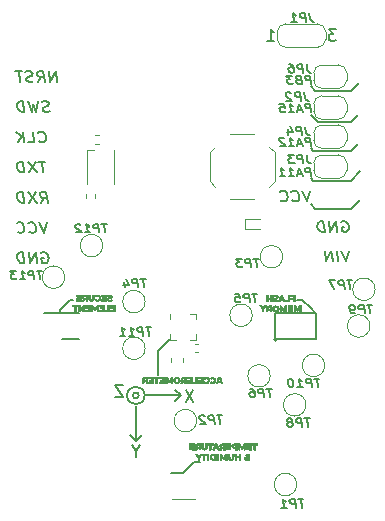
<source format=gbo>
G04 #@! TF.GenerationSoftware,KiCad,Pcbnew,(5.1.7)-1*
G04 #@! TF.CreationDate,2020-11-04T19:15:34+01:00*
G04 #@! TF.ProjectId,generic_node,67656e65-7269-4635-9f6e-6f64652e6b69,2.0.2*
G04 #@! TF.SameCoordinates,PX510ff40PY6422c40*
G04 #@! TF.FileFunction,Legend,Bot*
G04 #@! TF.FilePolarity,Positive*
%FSLAX46Y46*%
G04 Gerber Fmt 4.6, Leading zero omitted, Abs format (unit mm)*
G04 Created by KiCad (PCBNEW (5.1.7)-1) date 2020-11-04 19:15:34*
%MOMM*%
%LPD*%
G01*
G04 APERTURE LIST*
%ADD10C,0.200000*%
%ADD11C,0.175000*%
%ADD12C,0.150000*%
%ADD13C,0.010000*%
%ADD14C,0.120000*%
G04 APERTURE END LIST*
D10*
X-10673453Y7192858D02*
X-10785953Y8092858D01*
X-11244881Y7192858D01*
X-11357381Y8092858D01*
X-12292500Y7192858D02*
X-12012739Y7621429D01*
X-11721072Y7192858D02*
X-11833572Y8092858D01*
X-12214524Y8092858D01*
X-12304405Y8050000D01*
X-12346667Y8007143D01*
X-12383572Y7921429D01*
X-12367500Y7792858D01*
X-12309167Y7707143D01*
X-12256191Y7664286D01*
X-12155596Y7621429D01*
X-11774643Y7621429D01*
X-12678810Y7235715D02*
X-12816310Y7192858D01*
X-13054405Y7192858D01*
X-13155000Y7235715D01*
X-13207977Y7278572D01*
X-13266310Y7364286D01*
X-13277024Y7450000D01*
X-13240120Y7535715D01*
X-13197858Y7578572D01*
X-13107977Y7621429D01*
X-12922858Y7664286D01*
X-12832977Y7707143D01*
X-12790715Y7750000D01*
X-12753810Y7835715D01*
X-12764524Y7921429D01*
X-12822858Y8007143D01*
X-12875834Y8050000D01*
X-12976429Y8092858D01*
X-13214524Y8092858D01*
X-13352024Y8050000D01*
X-13643096Y8092858D02*
X-14214524Y8092858D01*
X-13816310Y7192858D02*
X-13928810Y8092858D01*
X-11297858Y4677382D02*
X-11435358Y4634525D01*
X-11673453Y4634525D01*
X-11774048Y4677382D01*
X-11827025Y4720239D01*
X-11885358Y4805953D01*
X-11896072Y4891667D01*
X-11859167Y4977382D01*
X-11816906Y5020239D01*
X-11727025Y5063096D01*
X-11541906Y5105953D01*
X-11452025Y5148810D01*
X-11409763Y5191667D01*
X-11372858Y5277382D01*
X-11383572Y5363096D01*
X-11441906Y5448810D01*
X-11494882Y5491667D01*
X-11595477Y5534525D01*
X-11833572Y5534525D01*
X-11971072Y5491667D01*
X-12309763Y5534525D02*
X-12435358Y4634525D01*
X-12706191Y5277382D01*
X-12816310Y4634525D01*
X-13166906Y5534525D01*
X-13435358Y4634525D02*
X-13547858Y5534525D01*
X-13785953Y5534525D01*
X-13923453Y5491667D01*
X-14007977Y5405953D01*
X-14044882Y5320239D01*
X-14071072Y5148810D01*
X-14055001Y5020239D01*
X-13985953Y4848810D01*
X-13927620Y4763096D01*
X-13821667Y4677382D01*
X-13673453Y4634525D01*
X-13435358Y4634525D01*
X-12207977Y2161906D02*
X-12155001Y2119049D01*
X-12006786Y2076192D01*
X-11911548Y2076192D01*
X-11774048Y2119049D01*
X-11689524Y2204763D01*
X-11652620Y2290477D01*
X-11626429Y2461906D01*
X-11642501Y2590477D01*
X-11711548Y2761906D01*
X-11769881Y2847620D01*
X-11875834Y2933334D01*
X-12024048Y2976192D01*
X-12119286Y2976192D01*
X-12256786Y2933334D01*
X-12299048Y2890477D01*
X-13102024Y2076192D02*
X-12625834Y2076192D01*
X-12738334Y2976192D01*
X-13435358Y2076192D02*
X-13547858Y2976192D01*
X-14006786Y2076192D02*
X-13642501Y2590477D01*
X-14119286Y2976192D02*
X-13483572Y2461906D01*
X-11690715Y417859D02*
X-12262143Y417859D01*
X-11863929Y-482141D02*
X-11976429Y417859D01*
X-12500239Y417859D02*
X-13054405Y-482141D01*
X-13166905Y417859D02*
X-12387739Y-482141D01*
X-13435358Y-482141D02*
X-13547858Y417859D01*
X-13785953Y417859D01*
X-13923453Y375001D01*
X-14007977Y289287D01*
X-14044881Y203573D01*
X-14071072Y32144D01*
X-14055000Y-96427D01*
X-13985953Y-267856D01*
X-13927619Y-353570D01*
X-13821667Y-439284D01*
X-13673453Y-482141D01*
X-13435358Y-482141D01*
X-12054405Y-3040474D02*
X-11774644Y-2611903D01*
X-11482977Y-3040474D02*
X-11595477Y-2140474D01*
X-11976429Y-2140474D01*
X-12066310Y-2183332D01*
X-12108572Y-2226189D01*
X-12145477Y-2311903D01*
X-12129405Y-2440474D01*
X-12071072Y-2526189D01*
X-12018096Y-2569046D01*
X-11917501Y-2611903D01*
X-11536548Y-2611903D01*
X-12500239Y-2140474D02*
X-13054405Y-3040474D01*
X-13166905Y-2140474D02*
X-12387739Y-3040474D01*
X-13435358Y-3040474D02*
X-13547858Y-2140474D01*
X-13785953Y-2140474D01*
X-13923453Y-2183332D01*
X-14007977Y-2269046D01*
X-14044882Y-2354760D01*
X-14071072Y-2526189D01*
X-14055001Y-2654760D01*
X-13985953Y-2826189D01*
X-13927620Y-2911903D01*
X-13821667Y-2997617D01*
X-13673453Y-3040474D01*
X-13435358Y-3040474D01*
X-11547858Y-4698807D02*
X-11768691Y-5598807D01*
X-12214524Y-4698807D01*
X-13017501Y-5513093D02*
X-12964524Y-5555950D01*
X-12816310Y-5598807D01*
X-12721072Y-5598807D01*
X-12583572Y-5555950D01*
X-12499048Y-5470236D01*
X-12462143Y-5384522D01*
X-12435953Y-5213093D01*
X-12452024Y-5084522D01*
X-12521072Y-4913093D01*
X-12579405Y-4827379D01*
X-12685358Y-4741665D01*
X-12833572Y-4698807D01*
X-12928810Y-4698807D01*
X-13066310Y-4741665D01*
X-13108572Y-4784522D01*
X-14017501Y-5513093D02*
X-13964524Y-5555950D01*
X-13816310Y-5598807D01*
X-13721072Y-5598807D01*
X-13583572Y-5555950D01*
X-13499048Y-5470236D01*
X-13462143Y-5384522D01*
X-13435953Y-5213093D01*
X-13452024Y-5084522D01*
X-13521072Y-4913093D01*
X-13579405Y-4827379D01*
X-13685358Y-4741665D01*
X-13833572Y-4698807D01*
X-13928810Y-4698807D01*
X-14066310Y-4741665D01*
X-14108572Y-4784522D01*
X-12018691Y-7300000D02*
X-11928810Y-7257142D01*
X-11785953Y-7257142D01*
X-11637739Y-7300000D01*
X-11531786Y-7385714D01*
X-11473453Y-7471428D01*
X-11404406Y-7642857D01*
X-11388334Y-7771428D01*
X-11414525Y-7942857D01*
X-11451429Y-8028571D01*
X-11535953Y-8114285D01*
X-11673453Y-8157142D01*
X-11768691Y-8157142D01*
X-11916906Y-8114285D01*
X-11969882Y-8071428D01*
X-12007382Y-7771428D01*
X-11816906Y-7771428D01*
X-12387739Y-8157142D02*
X-12500239Y-7257142D01*
X-12959167Y-8157142D01*
X-13071667Y-7257142D01*
X-13435358Y-8157142D02*
X-13547858Y-7257142D01*
X-13785953Y-7257142D01*
X-13923453Y-7300000D01*
X-14007977Y-7385714D01*
X-14044882Y-7471428D01*
X-14071072Y-7642857D01*
X-14055001Y-7771428D01*
X-13985953Y-7942857D01*
X-13927620Y-8028571D01*
X-13821667Y-8114285D01*
X-13673453Y-8157142D01*
X-13435358Y-8157142D01*
D11*
X10840699Y4636334D02*
X10753199Y5336334D01*
X10448437Y5336334D01*
X10376413Y5303000D01*
X10342485Y5269667D01*
X10312723Y5203000D01*
X10325223Y5103000D01*
X10371651Y5036334D01*
X10413913Y5003000D01*
X10494270Y4969667D01*
X10799032Y4969667D01*
X10053794Y4836334D02*
X9672842Y4836334D01*
X10154985Y4636334D02*
X9800818Y5336334D01*
X9621651Y4636334D01*
X8935937Y4636334D02*
X9393080Y4636334D01*
X9164508Y4636334D02*
X9077008Y5336334D01*
X9165699Y5236334D01*
X9250223Y5169667D01*
X9330580Y5136334D01*
X8124628Y5336334D02*
X8505580Y5336334D01*
X8585342Y5003000D01*
X8543080Y5036334D01*
X8462723Y5069667D01*
X8272247Y5069667D01*
X8200223Y5036334D01*
X8166294Y5003000D01*
X8136532Y4936334D01*
X8157366Y4769667D01*
X8203794Y4703000D01*
X8246056Y4669667D01*
X8326413Y4636334D01*
X8516889Y4636334D01*
X8588913Y4669667D01*
X8622842Y4703000D01*
D12*
X14200000Y-3600000D02*
X15000000Y-2800000D01*
X11200000Y-3600000D02*
X14200000Y-3600000D01*
X10800000Y-3200000D02*
X11200000Y-3600000D01*
X14200000Y6400000D02*
X14900000Y7100000D01*
X11200000Y6400000D02*
X14200000Y6400000D01*
X10800000Y6800000D02*
X11200000Y6400000D01*
X14200000Y3800000D02*
X14800000Y4400000D01*
X11400000Y3800000D02*
X14200000Y3800000D01*
X10800000Y4400000D02*
X11400000Y3800000D01*
X14200000Y1350000D02*
X14800000Y1950000D01*
X11000000Y1350000D02*
X14200000Y1350000D01*
X10800000Y1550000D02*
X11000000Y1350000D01*
X14200000Y-1200000D02*
X15000000Y-400000D01*
X11000000Y-1200000D02*
X14200000Y-1200000D01*
X10800000Y-1000000D02*
X11000000Y-1200000D01*
D11*
X10840699Y7011234D02*
X10753199Y7711234D01*
X10448437Y7711234D01*
X10376413Y7677900D01*
X10342485Y7644567D01*
X10312723Y7577900D01*
X10325223Y7477900D01*
X10371651Y7411234D01*
X10413913Y7377900D01*
X10494270Y7344567D01*
X10799032Y7344567D01*
X9728199Y7377900D02*
X9618080Y7344567D01*
X9584151Y7311234D01*
X9554389Y7244567D01*
X9566889Y7144567D01*
X9613318Y7077900D01*
X9655580Y7044567D01*
X9735937Y7011234D01*
X10040699Y7011234D01*
X9953199Y7711234D01*
X9686532Y7711234D01*
X9614508Y7677900D01*
X9580580Y7644567D01*
X9550818Y7577900D01*
X9559151Y7511234D01*
X9605580Y7444567D01*
X9647842Y7411234D01*
X9728199Y7377900D01*
X9994866Y7377900D01*
X9229389Y7711234D02*
X8734151Y7711234D01*
X9034151Y7444567D01*
X8919866Y7444567D01*
X8847842Y7411234D01*
X8813913Y7377900D01*
X8784151Y7311234D01*
X8804985Y7144567D01*
X8851413Y7077900D01*
X8893675Y7044567D01*
X8974032Y7011234D01*
X9202604Y7011234D01*
X9274627Y7044567D01*
X9308556Y7077900D01*
X10840699Y1753434D02*
X10753199Y2453434D01*
X10448437Y2453434D01*
X10376413Y2420100D01*
X10342485Y2386767D01*
X10312723Y2320100D01*
X10325223Y2220100D01*
X10371651Y2153434D01*
X10413913Y2120100D01*
X10494270Y2086767D01*
X10799032Y2086767D01*
X10053794Y1953434D02*
X9672842Y1953434D01*
X10154985Y1753434D02*
X9800818Y2453434D01*
X9621651Y1753434D01*
X8935937Y1753434D02*
X9393080Y1753434D01*
X9164508Y1753434D02*
X9077008Y2453434D01*
X9165699Y2353434D01*
X9250223Y2286767D01*
X9330580Y2253434D01*
X8552008Y2386767D02*
X8509747Y2420100D01*
X8429389Y2453434D01*
X8238913Y2453434D01*
X8166889Y2420100D01*
X8132961Y2386767D01*
X8103199Y2320100D01*
X8111532Y2253434D01*
X8162128Y2153434D01*
X8669270Y1753434D01*
X8174032Y1753434D01*
X10840699Y-816666D02*
X10753199Y-116666D01*
X10448437Y-116666D01*
X10376413Y-150000D01*
X10342485Y-183333D01*
X10312723Y-250000D01*
X10325223Y-350000D01*
X10371651Y-416666D01*
X10413913Y-450000D01*
X10494270Y-483333D01*
X10799032Y-483333D01*
X10053794Y-616666D02*
X9672842Y-616666D01*
X10154985Y-816666D02*
X9800818Y-116666D01*
X9621651Y-816666D01*
X8935937Y-816666D02*
X9393080Y-816666D01*
X9164508Y-816666D02*
X9077008Y-116666D01*
X9165699Y-216666D01*
X9250223Y-283333D01*
X9330580Y-316666D01*
X8174032Y-816666D02*
X8631175Y-816666D01*
X8402604Y-816666D02*
X8315104Y-116666D01*
X8403794Y-216666D01*
X8488318Y-283333D01*
X8568675Y-316666D01*
D10*
X10724434Y-2047142D02*
X10503600Y-2947142D01*
X10057767Y-2047142D01*
X9254791Y-2861428D02*
X9307767Y-2904285D01*
X9455981Y-2947142D01*
X9551219Y-2947142D01*
X9688719Y-2904285D01*
X9773243Y-2818571D01*
X9810148Y-2732857D01*
X9836338Y-2561428D01*
X9820267Y-2432857D01*
X9751219Y-2261428D01*
X9692886Y-2175714D01*
X9586934Y-2090000D01*
X9438719Y-2047142D01*
X9343481Y-2047142D01*
X9205981Y-2090000D01*
X9163719Y-2132857D01*
X8254791Y-2861428D02*
X8307767Y-2904285D01*
X8455981Y-2947142D01*
X8551219Y-2947142D01*
X8688719Y-2904285D01*
X8773243Y-2818571D01*
X8810148Y-2732857D01*
X8836338Y-2561428D01*
X8820267Y-2432857D01*
X8751219Y-2261428D01*
X8692886Y-2175714D01*
X8586934Y-2090000D01*
X8438719Y-2047142D01*
X8343481Y-2047142D01*
X8205981Y-2090000D01*
X8163719Y-2132857D01*
X13400029Y-4650000D02*
X13489910Y-4607142D01*
X13632767Y-4607142D01*
X13780982Y-4650000D01*
X13886934Y-4735714D01*
X13945267Y-4821428D01*
X14014315Y-4992857D01*
X14030386Y-5121428D01*
X14004196Y-5292857D01*
X13967291Y-5378571D01*
X13882767Y-5464285D01*
X13745267Y-5507142D01*
X13650029Y-5507142D01*
X13501815Y-5464285D01*
X13448839Y-5421428D01*
X13411339Y-5121428D01*
X13601815Y-5121428D01*
X13030982Y-5507142D02*
X12918482Y-4607142D01*
X12459553Y-5507142D01*
X12347053Y-4607142D01*
X11983363Y-5507142D02*
X11870863Y-4607142D01*
X11632767Y-4607142D01*
X11495267Y-4650000D01*
X11410744Y-4735714D01*
X11373839Y-4821428D01*
X11347648Y-4992857D01*
X11363720Y-5121428D01*
X11432767Y-5292857D01*
X11491101Y-5378571D01*
X11597053Y-5464285D01*
X11745267Y-5507142D01*
X11983363Y-5507142D01*
X14028005Y-7127142D02*
X13807172Y-8027142D01*
X13361339Y-7127142D01*
X13140505Y-8027142D02*
X13028005Y-7127142D01*
X12664315Y-8027142D02*
X12551815Y-7127142D01*
X12092886Y-8027142D01*
X11980386Y-7127142D01*
D12*
X900000Y-25000000D02*
X1450000Y-25000000D01*
X0Y-25900000D02*
X-1000000Y-25900000D01*
X0Y-25900000D02*
X900000Y-25000000D01*
X-2100000Y-15600000D02*
X-2100000Y-17650000D01*
X-1100000Y-14600000D02*
X-2100000Y-15600000D01*
X-9600000Y-11300000D02*
X-9350000Y-11300000D01*
X10100000Y-11300000D02*
X9600000Y-11300000D01*
X10800000Y-12000000D02*
X10100000Y-11300000D01*
X-10400000Y-12100000D02*
X-9600000Y-11300000D01*
X-10400000Y-12300000D02*
X-10400000Y-12100000D01*
X10800000Y-12000000D02*
X11200000Y-12400000D01*
D10*
X-4013000Y-24099190D02*
X-4013000Y-24575380D01*
X-3679667Y-23575380D02*
X-4013000Y-24099190D01*
X-4346334Y-23575380D01*
X201666Y-19887619D02*
X868333Y-18887619D01*
X868333Y-19887619D02*
X201666Y-18887619D01*
D12*
X-4001975Y-23221554D02*
X-3501974Y-22721553D01*
X-4001975Y-23221554D02*
X-4501975Y-22721553D01*
X-157000Y-19368000D02*
X-657000Y-19868000D01*
X-157000Y-19368000D02*
X-656999Y-18868000D01*
X-4001975Y-20221553D02*
X-4001975Y-23221554D01*
X-3157000Y-19368000D02*
X-157000Y-19368000D01*
D10*
X-5063667Y-18464380D02*
X-5730334Y-18464380D01*
X-5063667Y-19464380D01*
X-5730334Y-19464380D01*
D12*
X-3257000Y-19368000D02*
G75*
G03*
X-3257000Y-19368000I-750000J0D01*
G01*
X-3757000Y-19368000D02*
G75*
G03*
X-3757000Y-19368000I-250000J0D01*
G01*
D13*
G36*
X495040Y-23531840D02*
G01*
X759200Y-23531840D01*
X759200Y-23632774D01*
X530600Y-23638520D01*
X527504Y-23686780D01*
X524407Y-23735040D01*
X759200Y-23735040D01*
X759200Y-23846800D01*
X483767Y-23846800D01*
X486864Y-23895060D01*
X489960Y-23943320D01*
X881120Y-23948838D01*
X881120Y-23430240D01*
X495040Y-23430240D01*
X495040Y-23531840D01*
G37*
X495040Y-23531840D02*
X759200Y-23531840D01*
X759200Y-23632774D01*
X530600Y-23638520D01*
X527504Y-23686780D01*
X524407Y-23735040D01*
X759200Y-23735040D01*
X759200Y-23846800D01*
X483767Y-23846800D01*
X486864Y-23895060D01*
X489960Y-23943320D01*
X881120Y-23948838D01*
X881120Y-23430240D01*
X495040Y-23430240D01*
X495040Y-23531840D01*
G36*
X1220987Y-23431632D02*
G01*
X1160530Y-23436308D01*
X1113387Y-23445016D01*
X1076133Y-23458505D01*
X1045344Y-23477522D01*
X1032434Y-23488310D01*
X995628Y-23534167D01*
X977275Y-23588487D01*
X977427Y-23651108D01*
X977707Y-23653037D01*
X985632Y-23685082D01*
X1001433Y-23712363D01*
X1029689Y-23742776D01*
X1029825Y-23742907D01*
X1075034Y-23786335D01*
X1023797Y-23860452D01*
X1000936Y-23894253D01*
X983331Y-23921674D01*
X973637Y-23938518D01*
X972560Y-23941484D01*
X981781Y-23945171D01*
X1005694Y-23947680D01*
X1032030Y-23948400D01*
X1091499Y-23948400D01*
X1138791Y-23877280D01*
X1186082Y-23806160D01*
X1296752Y-23806160D01*
X1302760Y-23943320D01*
X1353951Y-23946316D01*
X1384740Y-23946714D01*
X1406629Y-23944413D01*
X1412371Y-23942083D01*
X1414359Y-23930328D01*
X1416139Y-23901089D01*
X1417630Y-23857200D01*
X1418754Y-23801496D01*
X1419432Y-23736811D01*
X1419600Y-23682546D01*
X1419600Y-23531840D01*
X1297680Y-23531840D01*
X1297680Y-23704560D01*
X1231136Y-23704560D01*
X1188016Y-23702077D01*
X1151711Y-23695479D01*
X1135847Y-23689695D01*
X1108321Y-23668904D01*
X1096046Y-23639954D01*
X1094480Y-23618200D01*
X1101013Y-23581222D01*
X1121551Y-23555167D01*
X1157506Y-23539143D01*
X1210291Y-23532258D01*
X1231136Y-23531840D01*
X1297680Y-23531840D01*
X1419600Y-23531840D01*
X1419600Y-23430240D01*
X1298181Y-23430240D01*
X1220987Y-23431632D01*
G37*
X1220987Y-23431632D02*
X1160530Y-23436308D01*
X1113387Y-23445016D01*
X1076133Y-23458505D01*
X1045344Y-23477522D01*
X1032434Y-23488310D01*
X995628Y-23534167D01*
X977275Y-23588487D01*
X977427Y-23651108D01*
X977707Y-23653037D01*
X985632Y-23685082D01*
X1001433Y-23712363D01*
X1029689Y-23742776D01*
X1029825Y-23742907D01*
X1075034Y-23786335D01*
X1023797Y-23860452D01*
X1000936Y-23894253D01*
X983331Y-23921674D01*
X973637Y-23938518D01*
X972560Y-23941484D01*
X981781Y-23945171D01*
X1005694Y-23947680D01*
X1032030Y-23948400D01*
X1091499Y-23948400D01*
X1138791Y-23877280D01*
X1186082Y-23806160D01*
X1296752Y-23806160D01*
X1302760Y-23943320D01*
X1353951Y-23946316D01*
X1384740Y-23946714D01*
X1406629Y-23944413D01*
X1412371Y-23942083D01*
X1414359Y-23930328D01*
X1416139Y-23901089D01*
X1417630Y-23857200D01*
X1418754Y-23801496D01*
X1419432Y-23736811D01*
X1419600Y-23682546D01*
X1419600Y-23531840D01*
X1297680Y-23531840D01*
X1297680Y-23704560D01*
X1231136Y-23704560D01*
X1188016Y-23702077D01*
X1151711Y-23695479D01*
X1135847Y-23689695D01*
X1108321Y-23668904D01*
X1096046Y-23639954D01*
X1094480Y-23618200D01*
X1101013Y-23581222D01*
X1121551Y-23555167D01*
X1157506Y-23539143D01*
X1210291Y-23532258D01*
X1231136Y-23531840D01*
X1297680Y-23531840D01*
X1419600Y-23531840D01*
X1419600Y-23430240D01*
X1298181Y-23430240D01*
X1220987Y-23431632D01*
G36*
X1876800Y-23598384D02*
G01*
X1875890Y-23676390D01*
X1872476Y-23736408D01*
X1865533Y-23780717D01*
X1854035Y-23811595D01*
X1836959Y-23831320D01*
X1813278Y-23842172D01*
X1781968Y-23846429D01*
X1765040Y-23846800D01*
X1729946Y-23844776D01*
X1702945Y-23837187D01*
X1683011Y-23821754D01*
X1669119Y-23796198D01*
X1660244Y-23758241D01*
X1655362Y-23705605D01*
X1653447Y-23636010D01*
X1653280Y-23598384D01*
X1653280Y-23430240D01*
X1529387Y-23430240D01*
X1532914Y-23610580D01*
X1534399Y-23676514D01*
X1536195Y-23725766D01*
X1538739Y-23761974D01*
X1542470Y-23788774D01*
X1547825Y-23809805D01*
X1555244Y-23828702D01*
X1560531Y-23839850D01*
X1588802Y-23884936D01*
X1624155Y-23916219D01*
X1670164Y-23935668D01*
X1730403Y-23945254D01*
X1754114Y-23946592D01*
X1799530Y-23947521D01*
X1831417Y-23945512D01*
X1856477Y-23939501D01*
X1881414Y-23928424D01*
X1886960Y-23925515D01*
X1937611Y-23887441D01*
X1973815Y-23835683D01*
X1988398Y-23797195D01*
X1991906Y-23774497D01*
X1994901Y-23735933D01*
X1997157Y-23685953D01*
X1998447Y-23629008D01*
X1998664Y-23595340D01*
X1998720Y-23430240D01*
X1876800Y-23430240D01*
X1876800Y-23598384D01*
G37*
X1876800Y-23598384D02*
X1875890Y-23676390D01*
X1872476Y-23736408D01*
X1865533Y-23780717D01*
X1854035Y-23811595D01*
X1836959Y-23831320D01*
X1813278Y-23842172D01*
X1781968Y-23846429D01*
X1765040Y-23846800D01*
X1729946Y-23844776D01*
X1702945Y-23837187D01*
X1683011Y-23821754D01*
X1669119Y-23796198D01*
X1660244Y-23758241D01*
X1655362Y-23705605D01*
X1653447Y-23636010D01*
X1653280Y-23598384D01*
X1653280Y-23430240D01*
X1529387Y-23430240D01*
X1532914Y-23610580D01*
X1534399Y-23676514D01*
X1536195Y-23725766D01*
X1538739Y-23761974D01*
X1542470Y-23788774D01*
X1547825Y-23809805D01*
X1555244Y-23828702D01*
X1560531Y-23839850D01*
X1588802Y-23884936D01*
X1624155Y-23916219D01*
X1670164Y-23935668D01*
X1730403Y-23945254D01*
X1754114Y-23946592D01*
X1799530Y-23947521D01*
X1831417Y-23945512D01*
X1856477Y-23939501D01*
X1881414Y-23928424D01*
X1886960Y-23925515D01*
X1937611Y-23887441D01*
X1973815Y-23835683D01*
X1988398Y-23797195D01*
X1991906Y-23774497D01*
X1994901Y-23735933D01*
X1997157Y-23685953D01*
X1998447Y-23629008D01*
X1998664Y-23595340D01*
X1998720Y-23430240D01*
X1876800Y-23430240D01*
X1876800Y-23598384D01*
G36*
X2049520Y-23531840D02*
G01*
X2212080Y-23531840D01*
X2212080Y-23948400D01*
X2266267Y-23948400D01*
X2297886Y-23947222D01*
X2320566Y-23944200D01*
X2327227Y-23941626D01*
X2329301Y-23929831D01*
X2331119Y-23900908D01*
X2332576Y-23858051D01*
X2333568Y-23804453D01*
X2333992Y-23743305D01*
X2334000Y-23733346D01*
X2334000Y-23531840D01*
X2496560Y-23531840D01*
X2496560Y-23430240D01*
X2049520Y-23430240D01*
X2049520Y-23531840D01*
G37*
X2049520Y-23531840D02*
X2212080Y-23531840D01*
X2212080Y-23948400D01*
X2266267Y-23948400D01*
X2297886Y-23947222D01*
X2320566Y-23944200D01*
X2327227Y-23941626D01*
X2329301Y-23929831D01*
X2331119Y-23900908D01*
X2332576Y-23858051D01*
X2333568Y-23804453D01*
X2333992Y-23743305D01*
X2334000Y-23733346D01*
X2334000Y-23531840D01*
X2496560Y-23531840D01*
X2496560Y-23430240D01*
X2049520Y-23430240D01*
X2049520Y-23531840D01*
G36*
X2579243Y-23682907D02*
G01*
X2549491Y-23749563D01*
X2522667Y-23810095D01*
X2499842Y-23862049D01*
X2482089Y-23902967D01*
X2470481Y-23930394D01*
X2466091Y-23941874D01*
X2466080Y-23941987D01*
X2475303Y-23945399D01*
X2499235Y-23947724D01*
X2525860Y-23948400D01*
X2585640Y-23948400D01*
X2608320Y-23892520D01*
X2631001Y-23836640D01*
X2870120Y-23836640D01*
X2892800Y-23892520D01*
X2915481Y-23948400D01*
X2976348Y-23948400D01*
X3011744Y-23947146D01*
X3029484Y-23943002D01*
X3032226Y-23935700D01*
X3026885Y-23923336D01*
X3014389Y-23895002D01*
X2995883Y-23853274D01*
X2972511Y-23800730D01*
X2947762Y-23745200D01*
X2829958Y-23745200D01*
X2669008Y-23745200D01*
X2685319Y-23707100D01*
X2698797Y-23674714D01*
X2714705Y-23635255D01*
X2722426Y-23615660D01*
X2734875Y-23586623D01*
X2745344Y-23567250D01*
X2750180Y-23562320D01*
X2756660Y-23571130D01*
X2768437Y-23594833D01*
X2783568Y-23629331D01*
X2793549Y-23653760D01*
X2829958Y-23745200D01*
X2947762Y-23745200D01*
X2945420Y-23739947D01*
X2917145Y-23676620D01*
X2807053Y-23430240D01*
X2692406Y-23430240D01*
X2579243Y-23682907D01*
G37*
X2579243Y-23682907D02*
X2549491Y-23749563D01*
X2522667Y-23810095D01*
X2499842Y-23862049D01*
X2482089Y-23902967D01*
X2470481Y-23930394D01*
X2466091Y-23941874D01*
X2466080Y-23941987D01*
X2475303Y-23945399D01*
X2499235Y-23947724D01*
X2525860Y-23948400D01*
X2585640Y-23948400D01*
X2608320Y-23892520D01*
X2631001Y-23836640D01*
X2870120Y-23836640D01*
X2892800Y-23892520D01*
X2915481Y-23948400D01*
X2976348Y-23948400D01*
X3011744Y-23947146D01*
X3029484Y-23943002D01*
X3032226Y-23935700D01*
X3026885Y-23923336D01*
X3014389Y-23895002D01*
X2995883Y-23853274D01*
X2972511Y-23800730D01*
X2947762Y-23745200D01*
X2829958Y-23745200D01*
X2669008Y-23745200D01*
X2685319Y-23707100D01*
X2698797Y-23674714D01*
X2714705Y-23635255D01*
X2722426Y-23615660D01*
X2734875Y-23586623D01*
X2745344Y-23567250D01*
X2750180Y-23562320D01*
X2756660Y-23571130D01*
X2768437Y-23594833D01*
X2783568Y-23629331D01*
X2793549Y-23653760D01*
X2829958Y-23745200D01*
X2947762Y-23745200D01*
X2945420Y-23739947D01*
X2917145Y-23676620D01*
X2807053Y-23430240D01*
X2692406Y-23430240D01*
X2579243Y-23682907D01*
G36*
X3352540Y-23432136D02*
G01*
X3291681Y-23434162D01*
X3247093Y-23436751D01*
X3214725Y-23440456D01*
X3190529Y-23445830D01*
X3170455Y-23453428D01*
X3160356Y-23458413D01*
X3113439Y-23491699D01*
X3083453Y-23534682D01*
X3068758Y-23589920D01*
X3067450Y-23603474D01*
X3070789Y-23665330D01*
X3090290Y-23715793D01*
X3125582Y-23753978D01*
X3132262Y-23758623D01*
X3165291Y-23780274D01*
X3110326Y-23860067D01*
X3086660Y-23894841D01*
X3068106Y-23922900D01*
X3057193Y-23940378D01*
X3055360Y-23944130D01*
X3064590Y-23946391D01*
X3088560Y-23947939D01*
X3115780Y-23948400D01*
X3176199Y-23948400D01*
X3225000Y-23877331D01*
X3273800Y-23806262D01*
X3390640Y-23806160D01*
X3390640Y-23948400D01*
X3502400Y-23948400D01*
X3502400Y-23531840D01*
X3390640Y-23531840D01*
X3390640Y-23704560D01*
X3315007Y-23704560D01*
X3273353Y-23703590D01*
X3245817Y-23699754D01*
X3226250Y-23691662D01*
X3212391Y-23681350D01*
X3192609Y-23657745D01*
X3185648Y-23627760D01*
X3185408Y-23618200D01*
X3189860Y-23585088D01*
X3206071Y-23560839D01*
X3212391Y-23555049D01*
X3230009Y-23542613D01*
X3250741Y-23535531D01*
X3280736Y-23532414D01*
X3315007Y-23531840D01*
X3390640Y-23531840D01*
X3502400Y-23531840D01*
X3502400Y-23428025D01*
X3352540Y-23432136D01*
G37*
X3352540Y-23432136D02*
X3291681Y-23434162D01*
X3247093Y-23436751D01*
X3214725Y-23440456D01*
X3190529Y-23445830D01*
X3170455Y-23453428D01*
X3160356Y-23458413D01*
X3113439Y-23491699D01*
X3083453Y-23534682D01*
X3068758Y-23589920D01*
X3067450Y-23603474D01*
X3070789Y-23665330D01*
X3090290Y-23715793D01*
X3125582Y-23753978D01*
X3132262Y-23758623D01*
X3165291Y-23780274D01*
X3110326Y-23860067D01*
X3086660Y-23894841D01*
X3068106Y-23922900D01*
X3057193Y-23940378D01*
X3055360Y-23944130D01*
X3064590Y-23946391D01*
X3088560Y-23947939D01*
X3115780Y-23948400D01*
X3176199Y-23948400D01*
X3225000Y-23877331D01*
X3273800Y-23806262D01*
X3390640Y-23806160D01*
X3390640Y-23948400D01*
X3502400Y-23948400D01*
X3502400Y-23531840D01*
X3390640Y-23531840D01*
X3390640Y-23704560D01*
X3315007Y-23704560D01*
X3273353Y-23703590D01*
X3245817Y-23699754D01*
X3226250Y-23691662D01*
X3212391Y-23681350D01*
X3192609Y-23657745D01*
X3185648Y-23627760D01*
X3185408Y-23618200D01*
X3189860Y-23585088D01*
X3206071Y-23560839D01*
X3212391Y-23555049D01*
X3230009Y-23542613D01*
X3250741Y-23535531D01*
X3280736Y-23532414D01*
X3315007Y-23531840D01*
X3390640Y-23531840D01*
X3502400Y-23531840D01*
X3502400Y-23428025D01*
X3352540Y-23432136D01*
G36*
X3609080Y-23526760D02*
G01*
X3743700Y-23529594D01*
X3878320Y-23532429D01*
X3878320Y-23632795D01*
X3758940Y-23635657D01*
X3639560Y-23638520D01*
X3639560Y-23729960D01*
X3878320Y-23735684D01*
X3878320Y-23846226D01*
X3598920Y-23851880D01*
X3598920Y-23943320D01*
X3794735Y-23946080D01*
X3865881Y-23946785D01*
X3918975Y-23946544D01*
X3956269Y-23945239D01*
X3980015Y-23942754D01*
X3992465Y-23938974D01*
X3995584Y-23935719D01*
X3996886Y-23922229D01*
X3997837Y-23891402D01*
X3998409Y-23846217D01*
X3998576Y-23789656D01*
X3998311Y-23724697D01*
X3997890Y-23678959D01*
X3995160Y-23435320D01*
X3609080Y-23435320D01*
X3609080Y-23526760D01*
G37*
X3609080Y-23526760D02*
X3743700Y-23529594D01*
X3878320Y-23532429D01*
X3878320Y-23632795D01*
X3758940Y-23635657D01*
X3639560Y-23638520D01*
X3639560Y-23729960D01*
X3878320Y-23735684D01*
X3878320Y-23846226D01*
X3598920Y-23851880D01*
X3598920Y-23943320D01*
X3794735Y-23946080D01*
X3865881Y-23946785D01*
X3918975Y-23946544D01*
X3956269Y-23945239D01*
X3980015Y-23942754D01*
X3992465Y-23938974D01*
X3995584Y-23935719D01*
X3996886Y-23922229D01*
X3997837Y-23891402D01*
X3998409Y-23846217D01*
X3998576Y-23789656D01*
X3998311Y-23724697D01*
X3997890Y-23678959D01*
X3995160Y-23435320D01*
X3609080Y-23435320D01*
X3609080Y-23526760D01*
G36*
X4368540Y-23432136D02*
G01*
X4294586Y-23435385D01*
X4237544Y-23441256D01*
X4194065Y-23450807D01*
X4160802Y-23465100D01*
X4134406Y-23485191D01*
X4111529Y-23512142D01*
X4110316Y-23513829D01*
X4092991Y-23552468D01*
X4085154Y-23601350D01*
X4086806Y-23652750D01*
X4097947Y-23698942D01*
X4110316Y-23722570D01*
X4142494Y-23756749D01*
X4184572Y-23780860D01*
X4239669Y-23796158D01*
X4310905Y-23803898D01*
X4312660Y-23803992D01*
X4406640Y-23808928D01*
X4406640Y-23948400D01*
X4518400Y-23948400D01*
X4518400Y-23531840D01*
X4406640Y-23531840D01*
X4406640Y-23704560D01*
X4331811Y-23704560D01*
X4288783Y-23703333D01*
X4259881Y-23698811D01*
X4239012Y-23689731D01*
X4230211Y-23683502D01*
X4212139Y-23664608D01*
X4204520Y-23640546D01*
X4203440Y-23618200D01*
X4208251Y-23581151D01*
X4224230Y-23555611D01*
X4253701Y-23540015D01*
X4298989Y-23532801D01*
X4331811Y-23531840D01*
X4406640Y-23531840D01*
X4518400Y-23531840D01*
X4518400Y-23428025D01*
X4368540Y-23432136D01*
G37*
X4368540Y-23432136D02*
X4294586Y-23435385D01*
X4237544Y-23441256D01*
X4194065Y-23450807D01*
X4160802Y-23465100D01*
X4134406Y-23485191D01*
X4111529Y-23512142D01*
X4110316Y-23513829D01*
X4092991Y-23552468D01*
X4085154Y-23601350D01*
X4086806Y-23652750D01*
X4097947Y-23698942D01*
X4110316Y-23722570D01*
X4142494Y-23756749D01*
X4184572Y-23780860D01*
X4239669Y-23796158D01*
X4310905Y-23803898D01*
X4312660Y-23803992D01*
X4406640Y-23808928D01*
X4406640Y-23948400D01*
X4518400Y-23948400D01*
X4518400Y-23531840D01*
X4406640Y-23531840D01*
X4406640Y-23704560D01*
X4331811Y-23704560D01*
X4288783Y-23703333D01*
X4259881Y-23698811D01*
X4239012Y-23689731D01*
X4230211Y-23683502D01*
X4212139Y-23664608D01*
X4204520Y-23640546D01*
X4203440Y-23618200D01*
X4208251Y-23581151D01*
X4224230Y-23555611D01*
X4253701Y-23540015D01*
X4298989Y-23532801D01*
X4331811Y-23531840D01*
X4406640Y-23531840D01*
X4518400Y-23531840D01*
X4518400Y-23428025D01*
X4368540Y-23432136D01*
G36*
X4689723Y-23430240D02*
G01*
X4639972Y-23430240D01*
X4645400Y-23943320D01*
X4698473Y-23946381D01*
X4751546Y-23949443D01*
X4754353Y-23796388D01*
X4757160Y-23643334D01*
X4828764Y-23762847D01*
X4858284Y-23811406D01*
X4880138Y-23845036D01*
X4896631Y-23866512D01*
X4910065Y-23878613D01*
X4922743Y-23884114D01*
X4930364Y-23885346D01*
X4942970Y-23885547D01*
X4954124Y-23881565D01*
X4966136Y-23870734D01*
X4981318Y-23850392D01*
X5001978Y-23817872D01*
X5030429Y-23770512D01*
X5031480Y-23768745D01*
X5102600Y-23649156D01*
X5108224Y-23948400D01*
X5157059Y-23948400D01*
X5187074Y-23947096D01*
X5207939Y-23943788D01*
X5212667Y-23941626D01*
X5214530Y-23930002D01*
X5216197Y-23900886D01*
X5217594Y-23857106D01*
X5218647Y-23801491D01*
X5219282Y-23736869D01*
X5219440Y-23682546D01*
X5219440Y-23430240D01*
X5120287Y-23430240D01*
X5026400Y-23587720D01*
X4996283Y-23638006D01*
X4969878Y-23681650D01*
X4948877Y-23715895D01*
X4934969Y-23737983D01*
X4929880Y-23745200D01*
X4924102Y-23736918D01*
X4909656Y-23713911D01*
X4888232Y-23678937D01*
X4861521Y-23634751D01*
X4833360Y-23587720D01*
X4739474Y-23430239D01*
X4689723Y-23430240D01*
G37*
X4689723Y-23430240D02*
X4639972Y-23430240D01*
X4645400Y-23943320D01*
X4698473Y-23946381D01*
X4751546Y-23949443D01*
X4754353Y-23796388D01*
X4757160Y-23643334D01*
X4828764Y-23762847D01*
X4858284Y-23811406D01*
X4880138Y-23845036D01*
X4896631Y-23866512D01*
X4910065Y-23878613D01*
X4922743Y-23884114D01*
X4930364Y-23885346D01*
X4942970Y-23885547D01*
X4954124Y-23881565D01*
X4966136Y-23870734D01*
X4981318Y-23850392D01*
X5001978Y-23817872D01*
X5030429Y-23770512D01*
X5031480Y-23768745D01*
X5102600Y-23649156D01*
X5108224Y-23948400D01*
X5157059Y-23948400D01*
X5187074Y-23947096D01*
X5207939Y-23943788D01*
X5212667Y-23941626D01*
X5214530Y-23930002D01*
X5216197Y-23900886D01*
X5217594Y-23857106D01*
X5218647Y-23801491D01*
X5219282Y-23736869D01*
X5219440Y-23682546D01*
X5219440Y-23430240D01*
X5120287Y-23430240D01*
X5026400Y-23587720D01*
X4996283Y-23638006D01*
X4969878Y-23681650D01*
X4948877Y-23715895D01*
X4934969Y-23737983D01*
X4929880Y-23745200D01*
X4924102Y-23736918D01*
X4909656Y-23713911D01*
X4888232Y-23678937D01*
X4861521Y-23634751D01*
X4833360Y-23587720D01*
X4739474Y-23430239D01*
X4689723Y-23430240D01*
G36*
X5321040Y-23531840D02*
G01*
X5585200Y-23531840D01*
X5585200Y-23632774D01*
X5356600Y-23638520D01*
X5353504Y-23686780D01*
X5350407Y-23735040D01*
X5585200Y-23735040D01*
X5585200Y-23846800D01*
X5309767Y-23846800D01*
X5312864Y-23895060D01*
X5315960Y-23943320D01*
X5707120Y-23948838D01*
X5707120Y-23430240D01*
X5321040Y-23430240D01*
X5321040Y-23531840D01*
G37*
X5321040Y-23531840D02*
X5585200Y-23531840D01*
X5585200Y-23632774D01*
X5356600Y-23638520D01*
X5353504Y-23686780D01*
X5350407Y-23735040D01*
X5585200Y-23735040D01*
X5585200Y-23846800D01*
X5309767Y-23846800D01*
X5312864Y-23895060D01*
X5315960Y-23943320D01*
X5707120Y-23948838D01*
X5707120Y-23430240D01*
X5321040Y-23430240D01*
X5321040Y-23531840D01*
G36*
X5768080Y-23531840D02*
G01*
X5930220Y-23531840D01*
X5935720Y-23943320D01*
X6052560Y-23949414D01*
X6052560Y-23531840D01*
X6215120Y-23531840D01*
X6215120Y-23430240D01*
X5768080Y-23430240D01*
X5768080Y-23531840D01*
G37*
X5768080Y-23531840D02*
X5930220Y-23531840D01*
X5935720Y-23943320D01*
X6052560Y-23949414D01*
X6052560Y-23531840D01*
X6215120Y-23531840D01*
X6215120Y-23430240D01*
X5768080Y-23430240D01*
X5768080Y-23531840D01*
G36*
X1048186Y-24305013D02*
G01*
X1028125Y-24307624D01*
X1023360Y-24310093D01*
X1028354Y-24320328D01*
X1042235Y-24345094D01*
X1063357Y-24381546D01*
X1090071Y-24426841D01*
X1119880Y-24476720D01*
X1216400Y-24637253D01*
X1216400Y-24812000D01*
X1338320Y-24812000D01*
X1338320Y-24627321D01*
X1423880Y-24484679D01*
X1455631Y-24432192D01*
X1478679Y-24395481D01*
X1494462Y-24372713D01*
X1504416Y-24362055D01*
X1509979Y-24361675D01*
X1512587Y-24369739D01*
X1512780Y-24371279D01*
X1515203Y-24385985D01*
X1521243Y-24394875D01*
X1535290Y-24399670D01*
X1561734Y-24402094D01*
X1594860Y-24403487D01*
X1673600Y-24406454D01*
X1673600Y-24812000D01*
X1795520Y-24812000D01*
X1795520Y-24405600D01*
X1958080Y-24405600D01*
X1958080Y-24304000D01*
X1681220Y-24304124D01*
X1404360Y-24304249D01*
X1361418Y-24377784D01*
X1337718Y-24418127D01*
X1314539Y-24457182D01*
X1296372Y-24487387D01*
X1294303Y-24490775D01*
X1270130Y-24530230D01*
X1133824Y-24304000D01*
X1078592Y-24304000D01*
X1048186Y-24305013D01*
G37*
X1048186Y-24305013D02*
X1028125Y-24307624D01*
X1023360Y-24310093D01*
X1028354Y-24320328D01*
X1042235Y-24345094D01*
X1063357Y-24381546D01*
X1090071Y-24426841D01*
X1119880Y-24476720D01*
X1216400Y-24637253D01*
X1216400Y-24812000D01*
X1338320Y-24812000D01*
X1338320Y-24627321D01*
X1423880Y-24484679D01*
X1455631Y-24432192D01*
X1478679Y-24395481D01*
X1494462Y-24372713D01*
X1504416Y-24362055D01*
X1509979Y-24361675D01*
X1512587Y-24369739D01*
X1512780Y-24371279D01*
X1515203Y-24385985D01*
X1521243Y-24394875D01*
X1535290Y-24399670D01*
X1561734Y-24402094D01*
X1594860Y-24403487D01*
X1673600Y-24406454D01*
X1673600Y-24812000D01*
X1795520Y-24812000D01*
X1795520Y-24405600D01*
X1958080Y-24405600D01*
X1958080Y-24304000D01*
X1681220Y-24304124D01*
X1404360Y-24304249D01*
X1361418Y-24377784D01*
X1337718Y-24418127D01*
X1314539Y-24457182D01*
X1296372Y-24487387D01*
X1294303Y-24490775D01*
X1270130Y-24530230D01*
X1133824Y-24304000D01*
X1078592Y-24304000D01*
X1048186Y-24305013D01*
G36*
X2019040Y-24812000D02*
G01*
X2140960Y-24812000D01*
X2140960Y-24304000D01*
X2019040Y-24304000D01*
X2019040Y-24812000D01*
G37*
X2019040Y-24812000D02*
X2140960Y-24812000D01*
X2140960Y-24304000D01*
X2019040Y-24304000D01*
X2019040Y-24812000D01*
G36*
X2521270Y-24305373D02*
G01*
X2459701Y-24310167D01*
X2410929Y-24319390D01*
X2371267Y-24334052D01*
X2337024Y-24355161D01*
X2304511Y-24383727D01*
X2303239Y-24384994D01*
X2261668Y-24439567D01*
X2237648Y-24500021D01*
X2230568Y-24563130D01*
X2239815Y-24625666D01*
X2264777Y-24684402D01*
X2304842Y-24736111D01*
X2359396Y-24777566D01*
X2379720Y-24788095D01*
X2401185Y-24797326D01*
X2422211Y-24803812D01*
X2446943Y-24808033D01*
X2479523Y-24810469D01*
X2524096Y-24811598D01*
X2584803Y-24811900D01*
X2585460Y-24811900D01*
X2740400Y-24812000D01*
X2740400Y-24723108D01*
X2628640Y-24723108D01*
X2544820Y-24718540D01*
X2490949Y-24713233D01*
X2447997Y-24704268D01*
X2427531Y-24696453D01*
X2390339Y-24666465D01*
X2365903Y-24625171D01*
X2354480Y-24577283D01*
X2356327Y-24527515D01*
X2371701Y-24480580D01*
X2400857Y-24441193D01*
X2413077Y-24431000D01*
X2431923Y-24420447D01*
X2457271Y-24413529D01*
X2494058Y-24409277D01*
X2534660Y-24407159D01*
X2628640Y-24403638D01*
X2628640Y-24723108D01*
X2740400Y-24723108D01*
X2740400Y-24304000D01*
X2599327Y-24304000D01*
X2521270Y-24305373D01*
G37*
X2521270Y-24305373D02*
X2459701Y-24310167D01*
X2410929Y-24319390D01*
X2371267Y-24334052D01*
X2337024Y-24355161D01*
X2304511Y-24383727D01*
X2303239Y-24384994D01*
X2261668Y-24439567D01*
X2237648Y-24500021D01*
X2230568Y-24563130D01*
X2239815Y-24625666D01*
X2264777Y-24684402D01*
X2304842Y-24736111D01*
X2359396Y-24777566D01*
X2379720Y-24788095D01*
X2401185Y-24797326D01*
X2422211Y-24803812D01*
X2446943Y-24808033D01*
X2479523Y-24810469D01*
X2524096Y-24811598D01*
X2584803Y-24811900D01*
X2585460Y-24811900D01*
X2740400Y-24812000D01*
X2740400Y-24723108D01*
X2628640Y-24723108D01*
X2544820Y-24718540D01*
X2490949Y-24713233D01*
X2447997Y-24704268D01*
X2427531Y-24696453D01*
X2390339Y-24666465D01*
X2365903Y-24625171D01*
X2354480Y-24577283D01*
X2356327Y-24527515D01*
X2371701Y-24480580D01*
X2400857Y-24441193D01*
X2413077Y-24431000D01*
X2431923Y-24420447D01*
X2457271Y-24413529D01*
X2494058Y-24409277D01*
X2534660Y-24407159D01*
X2628640Y-24403638D01*
X2628640Y-24723108D01*
X2740400Y-24723108D01*
X2740400Y-24304000D01*
X2599327Y-24304000D01*
X2521270Y-24305373D01*
G36*
X2862320Y-24812000D02*
G01*
X2984240Y-24812000D01*
X2984240Y-24304000D01*
X2862320Y-24304000D01*
X2862320Y-24812000D01*
G37*
X2862320Y-24812000D02*
X2984240Y-24812000D01*
X2984240Y-24304000D01*
X2862320Y-24304000D01*
X2862320Y-24812000D01*
G36*
X3579576Y-24309080D02*
G01*
X3486160Y-24464878D01*
X3392745Y-24620677D01*
X3297765Y-24462338D01*
X3202785Y-24304000D01*
X3106160Y-24304000D01*
X3106160Y-24812000D01*
X3217920Y-24812000D01*
X3218027Y-24662140D01*
X3218133Y-24512280D01*
X3291687Y-24636501D01*
X3321432Y-24686074D01*
X3343422Y-24720566D01*
X3359814Y-24742635D01*
X3372768Y-24754938D01*
X3384440Y-24760133D01*
X3392759Y-24760961D01*
X3406149Y-24759048D01*
X3418998Y-24751080D01*
X3433935Y-24734094D01*
X3453590Y-24705127D01*
X3479119Y-24663661D01*
X3513139Y-24607217D01*
X3537763Y-24567968D01*
X3554509Y-24545971D01*
X3564900Y-24541285D01*
X3570456Y-24553966D01*
X3572697Y-24584072D01*
X3573145Y-24631661D01*
X3573182Y-24667220D01*
X3573520Y-24812000D01*
X3685280Y-24812000D01*
X3685280Y-24302938D01*
X3579576Y-24309080D01*
G37*
X3579576Y-24309080D02*
X3486160Y-24464878D01*
X3392745Y-24620677D01*
X3297765Y-24462338D01*
X3202785Y-24304000D01*
X3106160Y-24304000D01*
X3106160Y-24812000D01*
X3217920Y-24812000D01*
X3218027Y-24662140D01*
X3218133Y-24512280D01*
X3291687Y-24636501D01*
X3321432Y-24686074D01*
X3343422Y-24720566D01*
X3359814Y-24742635D01*
X3372768Y-24754938D01*
X3384440Y-24760133D01*
X3392759Y-24760961D01*
X3406149Y-24759048D01*
X3418998Y-24751080D01*
X3433935Y-24734094D01*
X3453590Y-24705127D01*
X3479119Y-24663661D01*
X3513139Y-24607217D01*
X3537763Y-24567968D01*
X3554509Y-24545971D01*
X3564900Y-24541285D01*
X3570456Y-24553966D01*
X3572697Y-24584072D01*
X3573145Y-24631661D01*
X3573182Y-24667220D01*
X3573520Y-24812000D01*
X3685280Y-24812000D01*
X3685280Y-24302938D01*
X3579576Y-24309080D01*
G36*
X4721600Y-24507200D02*
G01*
X4498080Y-24507200D01*
X4498080Y-24304000D01*
X4376160Y-24304000D01*
X4376160Y-24812000D01*
X4498080Y-24812000D01*
X4498080Y-24608800D01*
X4721600Y-24608800D01*
X4721600Y-24812000D01*
X4843520Y-24812000D01*
X4843520Y-24304000D01*
X4721600Y-24304000D01*
X4721600Y-24507200D01*
G37*
X4721600Y-24507200D02*
X4498080Y-24507200D01*
X4498080Y-24304000D01*
X4376160Y-24304000D01*
X4376160Y-24812000D01*
X4498080Y-24812000D01*
X4498080Y-24608800D01*
X4721600Y-24608800D01*
X4721600Y-24812000D01*
X4843520Y-24812000D01*
X4843520Y-24304000D01*
X4721600Y-24304000D01*
X4721600Y-24507200D01*
G36*
X4140780Y-24479260D02*
G01*
X4139003Y-24549891D01*
X4136292Y-24603113D01*
X4131932Y-24641833D01*
X4125209Y-24668960D01*
X4115406Y-24687403D01*
X4101809Y-24700070D01*
X4084130Y-24709676D01*
X4040828Y-24720461D01*
X3996050Y-24717044D01*
X3957888Y-24700263D01*
X3952547Y-24696061D01*
X3924040Y-24671563D01*
X3920859Y-24487781D01*
X3917678Y-24304000D01*
X3797040Y-24304000D01*
X3797097Y-24469100D01*
X3797740Y-24528015D01*
X3799477Y-24582488D01*
X3802081Y-24628068D01*
X3805326Y-24660302D01*
X3807363Y-24670955D01*
X3832275Y-24727930D01*
X3870774Y-24773326D01*
X3903720Y-24795798D01*
X3948902Y-24811622D01*
X4003979Y-24819812D01*
X4061099Y-24820113D01*
X4112410Y-24812268D01*
X4137400Y-24803421D01*
X4186922Y-24771237D01*
X4226336Y-24728725D01*
X4245084Y-24695160D01*
X4250033Y-24673017D01*
X4254531Y-24633466D01*
X4258346Y-24579415D01*
X4261241Y-24513773D01*
X4262103Y-24484340D01*
X4266666Y-24304000D01*
X4144159Y-24304000D01*
X4140780Y-24479260D01*
G37*
X4140780Y-24479260D02*
X4139003Y-24549891D01*
X4136292Y-24603113D01*
X4131932Y-24641833D01*
X4125209Y-24668960D01*
X4115406Y-24687403D01*
X4101809Y-24700070D01*
X4084130Y-24709676D01*
X4040828Y-24720461D01*
X3996050Y-24717044D01*
X3957888Y-24700263D01*
X3952547Y-24696061D01*
X3924040Y-24671563D01*
X3920859Y-24487781D01*
X3917678Y-24304000D01*
X3797040Y-24304000D01*
X3797097Y-24469100D01*
X3797740Y-24528015D01*
X3799477Y-24582488D01*
X3802081Y-24628068D01*
X3805326Y-24660302D01*
X3807363Y-24670955D01*
X3832275Y-24727930D01*
X3870774Y-24773326D01*
X3903720Y-24795798D01*
X3948902Y-24811622D01*
X4003979Y-24819812D01*
X4061099Y-24820113D01*
X4112410Y-24812268D01*
X4137400Y-24803421D01*
X4186922Y-24771237D01*
X4226336Y-24728725D01*
X4245084Y-24695160D01*
X4250033Y-24673017D01*
X4254531Y-24633466D01*
X4258346Y-24579415D01*
X4261241Y-24513773D01*
X4262103Y-24484340D01*
X4266666Y-24304000D01*
X4144159Y-24304000D01*
X4140780Y-24479260D01*
G36*
X5359482Y-24302634D02*
G01*
X5311504Y-24319464D01*
X5285014Y-24337383D01*
X5260817Y-24370215D01*
X5252686Y-24409736D01*
X5259758Y-24451393D01*
X5281172Y-24490630D01*
X5316069Y-24522895D01*
X5320645Y-24525794D01*
X5350916Y-24544202D01*
X5306475Y-24587818D01*
X5281862Y-24611332D01*
X5267323Y-24622085D01*
X5258675Y-24621793D01*
X5251733Y-24612173D01*
X5250897Y-24610624D01*
X5241865Y-24587117D01*
X5239760Y-24573907D01*
X5236301Y-24562284D01*
X5223410Y-24558812D01*
X5197316Y-24563165D01*
X5177045Y-24568477D01*
X5153079Y-24576564D01*
X5144519Y-24586348D01*
X5146891Y-24603747D01*
X5147837Y-24607114D01*
X5158635Y-24637075D01*
X5171970Y-24666375D01*
X5181265Y-24686958D01*
X5180325Y-24701098D01*
X5167178Y-24717184D01*
X5157920Y-24726177D01*
X5127844Y-24754991D01*
X5192938Y-24822151D01*
X5219763Y-24796450D01*
X5246588Y-24770750D01*
X5301594Y-24796356D01*
X5363604Y-24816221D01*
X5430347Y-24822423D01*
X5494545Y-24814777D01*
X5531651Y-24802207D01*
X5576124Y-24772807D01*
X5603969Y-24734569D01*
X5614958Y-24690657D01*
X5613593Y-24680261D01*
X5502845Y-24680261D01*
X5490123Y-24707178D01*
X5481340Y-24714903D01*
X5452147Y-24726183D01*
X5412397Y-24730308D01*
X5370673Y-24726949D01*
X5345327Y-24720136D01*
X5317491Y-24709553D01*
X5372259Y-24654096D01*
X5400367Y-24627499D01*
X5424624Y-24607866D01*
X5440437Y-24598853D01*
X5441959Y-24598640D01*
X5459472Y-24605163D01*
X5480406Y-24620731D01*
X5499585Y-24649383D01*
X5502845Y-24680261D01*
X5613593Y-24680261D01*
X5608861Y-24644234D01*
X5585449Y-24598461D01*
X5549179Y-24560267D01*
X5512734Y-24530225D01*
X5533689Y-24495852D01*
X5550348Y-24453398D01*
X5552372Y-24423569D01*
X5451218Y-24423569D01*
X5440663Y-24455493D01*
X5437340Y-24460879D01*
X5424301Y-24479441D01*
X5413635Y-24484937D01*
X5398318Y-24477933D01*
X5380460Y-24465463D01*
X5358507Y-24441226D01*
X5352690Y-24415543D01*
X5360783Y-24393235D01*
X5380558Y-24379126D01*
X5409787Y-24378038D01*
X5419564Y-24380794D01*
X5443972Y-24397708D01*
X5451218Y-24423569D01*
X5552372Y-24423569D01*
X5553434Y-24407918D01*
X5542702Y-24367274D01*
X5537972Y-24359003D01*
X5505847Y-24327254D01*
X5461896Y-24306977D01*
X5411360Y-24298621D01*
X5359482Y-24302634D01*
G37*
X5359482Y-24302634D02*
X5311504Y-24319464D01*
X5285014Y-24337383D01*
X5260817Y-24370215D01*
X5252686Y-24409736D01*
X5259758Y-24451393D01*
X5281172Y-24490630D01*
X5316069Y-24522895D01*
X5320645Y-24525794D01*
X5350916Y-24544202D01*
X5306475Y-24587818D01*
X5281862Y-24611332D01*
X5267323Y-24622085D01*
X5258675Y-24621793D01*
X5251733Y-24612173D01*
X5250897Y-24610624D01*
X5241865Y-24587117D01*
X5239760Y-24573907D01*
X5236301Y-24562284D01*
X5223410Y-24558812D01*
X5197316Y-24563165D01*
X5177045Y-24568477D01*
X5153079Y-24576564D01*
X5144519Y-24586348D01*
X5146891Y-24603747D01*
X5147837Y-24607114D01*
X5158635Y-24637075D01*
X5171970Y-24666375D01*
X5181265Y-24686958D01*
X5180325Y-24701098D01*
X5167178Y-24717184D01*
X5157920Y-24726177D01*
X5127844Y-24754991D01*
X5192938Y-24822151D01*
X5219763Y-24796450D01*
X5246588Y-24770750D01*
X5301594Y-24796356D01*
X5363604Y-24816221D01*
X5430347Y-24822423D01*
X5494545Y-24814777D01*
X5531651Y-24802207D01*
X5576124Y-24772807D01*
X5603969Y-24734569D01*
X5614958Y-24690657D01*
X5613593Y-24680261D01*
X5502845Y-24680261D01*
X5490123Y-24707178D01*
X5481340Y-24714903D01*
X5452147Y-24726183D01*
X5412397Y-24730308D01*
X5370673Y-24726949D01*
X5345327Y-24720136D01*
X5317491Y-24709553D01*
X5372259Y-24654096D01*
X5400367Y-24627499D01*
X5424624Y-24607866D01*
X5440437Y-24598853D01*
X5441959Y-24598640D01*
X5459472Y-24605163D01*
X5480406Y-24620731D01*
X5499585Y-24649383D01*
X5502845Y-24680261D01*
X5613593Y-24680261D01*
X5608861Y-24644234D01*
X5585449Y-24598461D01*
X5549179Y-24560267D01*
X5512734Y-24530225D01*
X5533689Y-24495852D01*
X5550348Y-24453398D01*
X5552372Y-24423569D01*
X5451218Y-24423569D01*
X5440663Y-24455493D01*
X5437340Y-24460879D01*
X5424301Y-24479441D01*
X5413635Y-24484937D01*
X5398318Y-24477933D01*
X5380460Y-24465463D01*
X5358507Y-24441226D01*
X5352690Y-24415543D01*
X5360783Y-24393235D01*
X5380558Y-24379126D01*
X5409787Y-24378038D01*
X5419564Y-24380794D01*
X5443972Y-24397708D01*
X5451218Y-24423569D01*
X5552372Y-24423569D01*
X5553434Y-24407918D01*
X5542702Y-24367274D01*
X5537972Y-24359003D01*
X5505847Y-24327254D01*
X5461896Y-24306977D01*
X5411360Y-24298621D01*
X5359482Y-24302634D01*
G36*
X-9063840Y-10931840D02*
G01*
X-8799680Y-10931840D01*
X-8799680Y-11032774D01*
X-9028280Y-11038520D01*
X-9031376Y-11086780D01*
X-9034473Y-11135040D01*
X-8799680Y-11135040D01*
X-8799680Y-11246800D01*
X-9075113Y-11246800D01*
X-9072016Y-11295060D01*
X-9068920Y-11343320D01*
X-8677760Y-11348838D01*
X-8677760Y-10830240D01*
X-9063840Y-10830240D01*
X-9063840Y-10931840D01*
G37*
X-9063840Y-10931840D02*
X-8799680Y-10931840D01*
X-8799680Y-11032774D01*
X-9028280Y-11038520D01*
X-9031376Y-11086780D01*
X-9034473Y-11135040D01*
X-8799680Y-11135040D01*
X-8799680Y-11246800D01*
X-9075113Y-11246800D01*
X-9072016Y-11295060D01*
X-9068920Y-11343320D01*
X-8677760Y-11348838D01*
X-8677760Y-10830240D01*
X-9063840Y-10830240D01*
X-9063840Y-10931840D01*
G36*
X-8337893Y-10831632D02*
G01*
X-8398350Y-10836308D01*
X-8445493Y-10845016D01*
X-8482747Y-10858505D01*
X-8513536Y-10877522D01*
X-8526446Y-10888310D01*
X-8563252Y-10934167D01*
X-8581605Y-10988487D01*
X-8581453Y-11051108D01*
X-8581173Y-11053037D01*
X-8573285Y-11084988D01*
X-8557569Y-11112195D01*
X-8529463Y-11142514D01*
X-8528890Y-11143065D01*
X-8483515Y-11186651D01*
X-8529930Y-11251696D01*
X-8559002Y-11292891D01*
X-8576236Y-11320326D01*
X-8581576Y-11336797D01*
X-8574964Y-11345102D01*
X-8556341Y-11348037D01*
X-8527937Y-11348400D01*
X-8467381Y-11348400D01*
X-8420089Y-11277280D01*
X-8372798Y-11206160D01*
X-8262128Y-11206160D01*
X-8256120Y-11343320D01*
X-8204929Y-11346316D01*
X-8174140Y-11346714D01*
X-8152251Y-11344413D01*
X-8146509Y-11342083D01*
X-8144521Y-11330328D01*
X-8142741Y-11301089D01*
X-8141250Y-11257200D01*
X-8140126Y-11201496D01*
X-8139448Y-11136811D01*
X-8139280Y-11082546D01*
X-8139280Y-10931840D01*
X-8261200Y-10931840D01*
X-8261200Y-11106711D01*
X-8343475Y-11102975D01*
X-8385891Y-11100336D01*
X-8413186Y-11096175D01*
X-8430555Y-11089079D01*
X-8443196Y-11077637D01*
X-8445075Y-11075373D01*
X-8461026Y-11041470D01*
X-8463623Y-11001272D01*
X-8458088Y-10978015D01*
X-8439217Y-10956061D01*
X-8403525Y-10940637D01*
X-8353736Y-10932706D01*
X-8327744Y-10931840D01*
X-8261200Y-10931840D01*
X-8139280Y-10931840D01*
X-8139280Y-10830240D01*
X-8260699Y-10830240D01*
X-8337893Y-10831632D01*
G37*
X-8337893Y-10831632D02*
X-8398350Y-10836308D01*
X-8445493Y-10845016D01*
X-8482747Y-10858505D01*
X-8513536Y-10877522D01*
X-8526446Y-10888310D01*
X-8563252Y-10934167D01*
X-8581605Y-10988487D01*
X-8581453Y-11051108D01*
X-8581173Y-11053037D01*
X-8573285Y-11084988D01*
X-8557569Y-11112195D01*
X-8529463Y-11142514D01*
X-8528890Y-11143065D01*
X-8483515Y-11186651D01*
X-8529930Y-11251696D01*
X-8559002Y-11292891D01*
X-8576236Y-11320326D01*
X-8581576Y-11336797D01*
X-8574964Y-11345102D01*
X-8556341Y-11348037D01*
X-8527937Y-11348400D01*
X-8467381Y-11348400D01*
X-8420089Y-11277280D01*
X-8372798Y-11206160D01*
X-8262128Y-11206160D01*
X-8256120Y-11343320D01*
X-8204929Y-11346316D01*
X-8174140Y-11346714D01*
X-8152251Y-11344413D01*
X-8146509Y-11342083D01*
X-8144521Y-11330328D01*
X-8142741Y-11301089D01*
X-8141250Y-11257200D01*
X-8140126Y-11201496D01*
X-8139448Y-11136811D01*
X-8139280Y-11082546D01*
X-8139280Y-10931840D01*
X-8261200Y-10931840D01*
X-8261200Y-11106711D01*
X-8343475Y-11102975D01*
X-8385891Y-11100336D01*
X-8413186Y-11096175D01*
X-8430555Y-11089079D01*
X-8443196Y-11077637D01*
X-8445075Y-11075373D01*
X-8461026Y-11041470D01*
X-8463623Y-11001272D01*
X-8458088Y-10978015D01*
X-8439217Y-10956061D01*
X-8403525Y-10940637D01*
X-8353736Y-10932706D01*
X-8327744Y-10931840D01*
X-8261200Y-10931840D01*
X-8139280Y-10931840D01*
X-8139280Y-10830240D01*
X-8260699Y-10830240D01*
X-8337893Y-10831632D01*
G36*
X-7682080Y-10998384D02*
G01*
X-7682990Y-11076390D01*
X-7686404Y-11136408D01*
X-7693347Y-11180717D01*
X-7704845Y-11211595D01*
X-7721921Y-11231320D01*
X-7745602Y-11242172D01*
X-7776912Y-11246429D01*
X-7793840Y-11246800D01*
X-7828934Y-11244776D01*
X-7855935Y-11237187D01*
X-7875869Y-11221754D01*
X-7889761Y-11196198D01*
X-7898636Y-11158241D01*
X-7903518Y-11105605D01*
X-7905433Y-11036010D01*
X-7905600Y-10998384D01*
X-7905600Y-10830240D01*
X-8029165Y-10830240D01*
X-8025802Y-11010580D01*
X-8024379Y-11076489D01*
X-8022634Y-11125716D01*
X-8020130Y-11161896D01*
X-8016433Y-11188666D01*
X-8011108Y-11209664D01*
X-8003718Y-11228525D01*
X-7998349Y-11239850D01*
X-7970078Y-11284936D01*
X-7934725Y-11316219D01*
X-7888716Y-11335668D01*
X-7828477Y-11345254D01*
X-7804766Y-11346592D01*
X-7759350Y-11347521D01*
X-7727463Y-11345512D01*
X-7702403Y-11339501D01*
X-7677466Y-11328424D01*
X-7671920Y-11325515D01*
X-7621269Y-11287441D01*
X-7585065Y-11235683D01*
X-7570482Y-11197195D01*
X-7566974Y-11174497D01*
X-7563979Y-11135933D01*
X-7561723Y-11085953D01*
X-7560433Y-11029008D01*
X-7560216Y-10995340D01*
X-7560160Y-10830240D01*
X-7682080Y-10830240D01*
X-7682080Y-10998384D01*
G37*
X-7682080Y-10998384D02*
X-7682990Y-11076390D01*
X-7686404Y-11136408D01*
X-7693347Y-11180717D01*
X-7704845Y-11211595D01*
X-7721921Y-11231320D01*
X-7745602Y-11242172D01*
X-7776912Y-11246429D01*
X-7793840Y-11246800D01*
X-7828934Y-11244776D01*
X-7855935Y-11237187D01*
X-7875869Y-11221754D01*
X-7889761Y-11196198D01*
X-7898636Y-11158241D01*
X-7903518Y-11105605D01*
X-7905433Y-11036010D01*
X-7905600Y-10998384D01*
X-7905600Y-10830240D01*
X-8029165Y-10830240D01*
X-8025802Y-11010580D01*
X-8024379Y-11076489D01*
X-8022634Y-11125716D01*
X-8020130Y-11161896D01*
X-8016433Y-11188666D01*
X-8011108Y-11209664D01*
X-8003718Y-11228525D01*
X-7998349Y-11239850D01*
X-7970078Y-11284936D01*
X-7934725Y-11316219D01*
X-7888716Y-11335668D01*
X-7828477Y-11345254D01*
X-7804766Y-11346592D01*
X-7759350Y-11347521D01*
X-7727463Y-11345512D01*
X-7702403Y-11339501D01*
X-7677466Y-11328424D01*
X-7671920Y-11325515D01*
X-7621269Y-11287441D01*
X-7585065Y-11235683D01*
X-7570482Y-11197195D01*
X-7566974Y-11174497D01*
X-7563979Y-11135933D01*
X-7561723Y-11085953D01*
X-7560433Y-11029008D01*
X-7560216Y-10995340D01*
X-7560160Y-10830240D01*
X-7682080Y-10830240D01*
X-7682080Y-10998384D01*
G36*
X-7367943Y-10837510D02*
G01*
X-7435650Y-10867012D01*
X-7468720Y-10890089D01*
X-7494120Y-10910720D01*
X-7419748Y-10985552D01*
X-7392107Y-10963810D01*
X-7344642Y-10937645D01*
X-7293104Y-10927707D01*
X-7241832Y-10933048D01*
X-7195165Y-10952716D01*
X-7157444Y-10985763D01*
X-7137288Y-11019579D01*
X-7124158Y-11074779D01*
X-7129030Y-11129437D01*
X-7150651Y-11179061D01*
X-7187764Y-11219158D01*
X-7194394Y-11223940D01*
X-7238756Y-11242997D01*
X-7290417Y-11247960D01*
X-7342172Y-11238966D01*
X-7380988Y-11220363D01*
X-7419893Y-11193926D01*
X-7455209Y-11227983D01*
X-7490526Y-11262040D01*
X-7454479Y-11293374D01*
X-7422648Y-11315918D01*
X-7387791Y-11333451D01*
X-7378897Y-11336554D01*
X-7334604Y-11344713D01*
X-7281084Y-11347273D01*
X-7227148Y-11344385D01*
X-7181607Y-11336202D01*
X-7171575Y-11332988D01*
X-7110848Y-11300512D01*
X-7062247Y-11253956D01*
X-7027388Y-11196629D01*
X-7007885Y-11131843D01*
X-7005356Y-11062907D01*
X-7015036Y-11012276D01*
X-7043306Y-10947802D01*
X-7087069Y-10896043D01*
X-7147251Y-10855922D01*
X-7151065Y-10854028D01*
X-7221262Y-10830520D01*
X-7295017Y-10825180D01*
X-7367943Y-10837510D01*
G37*
X-7367943Y-10837510D02*
X-7435650Y-10867012D01*
X-7468720Y-10890089D01*
X-7494120Y-10910720D01*
X-7419748Y-10985552D01*
X-7392107Y-10963810D01*
X-7344642Y-10937645D01*
X-7293104Y-10927707D01*
X-7241832Y-10933048D01*
X-7195165Y-10952716D01*
X-7157444Y-10985763D01*
X-7137288Y-11019579D01*
X-7124158Y-11074779D01*
X-7129030Y-11129437D01*
X-7150651Y-11179061D01*
X-7187764Y-11219158D01*
X-7194394Y-11223940D01*
X-7238756Y-11242997D01*
X-7290417Y-11247960D01*
X-7342172Y-11238966D01*
X-7380988Y-11220363D01*
X-7419893Y-11193926D01*
X-7455209Y-11227983D01*
X-7490526Y-11262040D01*
X-7454479Y-11293374D01*
X-7422648Y-11315918D01*
X-7387791Y-11333451D01*
X-7378897Y-11336554D01*
X-7334604Y-11344713D01*
X-7281084Y-11347273D01*
X-7227148Y-11344385D01*
X-7181607Y-11336202D01*
X-7171575Y-11332988D01*
X-7110848Y-11300512D01*
X-7062247Y-11253956D01*
X-7027388Y-11196629D01*
X-7007885Y-11131843D01*
X-7005356Y-11062907D01*
X-7015036Y-11012276D01*
X-7043306Y-10947802D01*
X-7087069Y-10896043D01*
X-7147251Y-10855922D01*
X-7151065Y-10854028D01*
X-7221262Y-10830520D01*
X-7295017Y-10825180D01*
X-7367943Y-10837510D01*
G36*
X-6930240Y-10931840D02*
G01*
X-6666080Y-10931840D01*
X-6666080Y-11033440D01*
X-6899760Y-11033440D01*
X-6899760Y-11135040D01*
X-6666080Y-11135040D01*
X-6666080Y-11246800D01*
X-6940400Y-11246800D01*
X-6940400Y-11348400D01*
X-6749053Y-11348400D01*
X-6688652Y-11348056D01*
X-6635361Y-11347099D01*
X-6592465Y-11345642D01*
X-6563246Y-11343797D01*
X-6550988Y-11341676D01*
X-6550933Y-11341626D01*
X-6549070Y-11330002D01*
X-6547403Y-11300886D01*
X-6546006Y-11257106D01*
X-6544953Y-11201491D01*
X-6544318Y-11136869D01*
X-6544160Y-11082546D01*
X-6544160Y-10830240D01*
X-6930240Y-10830240D01*
X-6930240Y-10931840D01*
G37*
X-6930240Y-10931840D02*
X-6666080Y-10931840D01*
X-6666080Y-11033440D01*
X-6899760Y-11033440D01*
X-6899760Y-11135040D01*
X-6666080Y-11135040D01*
X-6666080Y-11246800D01*
X-6940400Y-11246800D01*
X-6940400Y-11348400D01*
X-6749053Y-11348400D01*
X-6688652Y-11348056D01*
X-6635361Y-11347099D01*
X-6592465Y-11345642D01*
X-6563246Y-11343797D01*
X-6550988Y-11341676D01*
X-6550933Y-11341626D01*
X-6549070Y-11330002D01*
X-6547403Y-11300886D01*
X-6546006Y-11257106D01*
X-6544953Y-11201491D01*
X-6544318Y-11136869D01*
X-6544160Y-11082546D01*
X-6544160Y-10830240D01*
X-6930240Y-10830240D01*
X-6930240Y-10931840D01*
G36*
X-6304082Y-10828611D02*
G01*
X-6345948Y-10834734D01*
X-6385489Y-10843468D01*
X-6417840Y-10853604D01*
X-6438132Y-10863934D01*
X-6442560Y-10870455D01*
X-6438522Y-10887736D01*
X-6428789Y-10911670D01*
X-6416936Y-10934874D01*
X-6406535Y-10949964D01*
X-6403024Y-10952160D01*
X-6388668Y-10948531D01*
X-6364188Y-10939548D01*
X-6357767Y-10936920D01*
X-6317116Y-10925422D01*
X-6272671Y-10921345D01*
X-6231028Y-10924489D01*
X-6198785Y-10934657D01*
X-6188560Y-10942000D01*
X-6171567Y-10964290D01*
X-6169446Y-10983819D01*
X-6183362Y-11001688D01*
X-6214482Y-11018998D01*
X-6263973Y-11036852D01*
X-6300320Y-11047547D01*
X-6349347Y-11062265D01*
X-6383607Y-11075643D01*
X-6408289Y-11090170D01*
X-6428582Y-11108334D01*
X-6429860Y-11109686D01*
X-6450773Y-11135442D01*
X-6460456Y-11160207D01*
X-6462878Y-11194330D01*
X-6462880Y-11195821D01*
X-6460691Y-11230048D01*
X-6451426Y-11255313D01*
X-6431033Y-11281959D01*
X-6427691Y-11285691D01*
X-6395514Y-11313989D01*
X-6360515Y-11333818D01*
X-6352852Y-11336520D01*
X-6319366Y-11342747D01*
X-6274136Y-11346333D01*
X-6224698Y-11347192D01*
X-6178589Y-11345243D01*
X-6143348Y-11340401D01*
X-6137694Y-11338907D01*
X-6106336Y-11327147D01*
X-6076804Y-11312494D01*
X-6054873Y-11298195D01*
X-6046320Y-11287523D01*
X-6050308Y-11271906D01*
X-6059920Y-11249477D01*
X-6071625Y-11227152D01*
X-6081890Y-11211847D01*
X-6086392Y-11209046D01*
X-6141759Y-11235183D01*
X-6198607Y-11248382D01*
X-6247778Y-11251322D01*
X-6288164Y-11250753D01*
X-6313404Y-11247569D01*
X-6328612Y-11240665D01*
X-6336678Y-11232158D01*
X-6348491Y-11209896D01*
X-6347266Y-11190913D01*
X-6331444Y-11173930D01*
X-6299468Y-11157669D01*
X-6249782Y-11140851D01*
X-6212851Y-11130503D01*
X-6166177Y-11116951D01*
X-6133876Y-11104223D01*
X-6110323Y-11089558D01*
X-6089889Y-11070194D01*
X-6089852Y-11070154D01*
X-6068179Y-11042639D01*
X-6058509Y-11016327D01*
X-6056517Y-10985329D01*
X-6065146Y-10930338D01*
X-6090452Y-10886391D01*
X-6131712Y-10854040D01*
X-6188200Y-10833839D01*
X-6259192Y-10826342D01*
X-6264760Y-10826307D01*
X-6304082Y-10828611D01*
G37*
X-6304082Y-10828611D02*
X-6345948Y-10834734D01*
X-6385489Y-10843468D01*
X-6417840Y-10853604D01*
X-6438132Y-10863934D01*
X-6442560Y-10870455D01*
X-6438522Y-10887736D01*
X-6428789Y-10911670D01*
X-6416936Y-10934874D01*
X-6406535Y-10949964D01*
X-6403024Y-10952160D01*
X-6388668Y-10948531D01*
X-6364188Y-10939548D01*
X-6357767Y-10936920D01*
X-6317116Y-10925422D01*
X-6272671Y-10921345D01*
X-6231028Y-10924489D01*
X-6198785Y-10934657D01*
X-6188560Y-10942000D01*
X-6171567Y-10964290D01*
X-6169446Y-10983819D01*
X-6183362Y-11001688D01*
X-6214482Y-11018998D01*
X-6263973Y-11036852D01*
X-6300320Y-11047547D01*
X-6349347Y-11062265D01*
X-6383607Y-11075643D01*
X-6408289Y-11090170D01*
X-6428582Y-11108334D01*
X-6429860Y-11109686D01*
X-6450773Y-11135442D01*
X-6460456Y-11160207D01*
X-6462878Y-11194330D01*
X-6462880Y-11195821D01*
X-6460691Y-11230048D01*
X-6451426Y-11255313D01*
X-6431033Y-11281959D01*
X-6427691Y-11285691D01*
X-6395514Y-11313989D01*
X-6360515Y-11333818D01*
X-6352852Y-11336520D01*
X-6319366Y-11342747D01*
X-6274136Y-11346333D01*
X-6224698Y-11347192D01*
X-6178589Y-11345243D01*
X-6143348Y-11340401D01*
X-6137694Y-11338907D01*
X-6106336Y-11327147D01*
X-6076804Y-11312494D01*
X-6054873Y-11298195D01*
X-6046320Y-11287523D01*
X-6050308Y-11271906D01*
X-6059920Y-11249477D01*
X-6071625Y-11227152D01*
X-6081890Y-11211847D01*
X-6086392Y-11209046D01*
X-6141759Y-11235183D01*
X-6198607Y-11248382D01*
X-6247778Y-11251322D01*
X-6288164Y-11250753D01*
X-6313404Y-11247569D01*
X-6328612Y-11240665D01*
X-6336678Y-11232158D01*
X-6348491Y-11209896D01*
X-6347266Y-11190913D01*
X-6331444Y-11173930D01*
X-6299468Y-11157669D01*
X-6249782Y-11140851D01*
X-6212851Y-11130503D01*
X-6166177Y-11116951D01*
X-6133876Y-11104223D01*
X-6110323Y-11089558D01*
X-6089889Y-11070194D01*
X-6089852Y-11070154D01*
X-6068179Y-11042639D01*
X-6058509Y-11016327D01*
X-6056517Y-10985329D01*
X-6065146Y-10930338D01*
X-6090452Y-10886391D01*
X-6131712Y-10854040D01*
X-6188200Y-10833839D01*
X-6259192Y-10826342D01*
X-6264760Y-10826307D01*
X-6304082Y-10828611D01*
G36*
X-9386976Y-11752260D02*
G01*
X-9383880Y-11800520D01*
X-9226400Y-11806454D01*
X-9226400Y-12212000D01*
X-9104480Y-12212000D01*
X-9104480Y-11805600D01*
X-8941920Y-11805600D01*
X-8941920Y-11704000D01*
X-9390073Y-11704000D01*
X-9386976Y-11752260D01*
G37*
X-9386976Y-11752260D02*
X-9383880Y-11800520D01*
X-9226400Y-11806454D01*
X-9226400Y-12212000D01*
X-9104480Y-12212000D01*
X-9104480Y-11805600D01*
X-8941920Y-11805600D01*
X-8941920Y-11704000D01*
X-9390073Y-11704000D01*
X-9386976Y-11752260D01*
G36*
X-8456410Y-11706009D02*
G01*
X-8509381Y-11709080D01*
X-8631670Y-11858395D01*
X-8753960Y-12007710D01*
X-8756764Y-11855855D01*
X-8759569Y-11704000D01*
X-8880960Y-11704000D01*
X-8880960Y-12212000D01*
X-8827620Y-12211892D01*
X-8774280Y-12211785D01*
X-8530440Y-11912509D01*
X-8527628Y-12062254D01*
X-8524816Y-12212000D01*
X-8403440Y-12212000D01*
X-8403440Y-11702938D01*
X-8456410Y-11706009D01*
G37*
X-8456410Y-11706009D02*
X-8509381Y-11709080D01*
X-8631670Y-11858395D01*
X-8753960Y-12007710D01*
X-8756764Y-11855855D01*
X-8759569Y-11704000D01*
X-8880960Y-11704000D01*
X-8880960Y-12212000D01*
X-8827620Y-12211892D01*
X-8774280Y-12211785D01*
X-8530440Y-11912509D01*
X-8527628Y-12062254D01*
X-8524816Y-12212000D01*
X-8403440Y-12212000D01*
X-8403440Y-11702938D01*
X-8456410Y-11706009D01*
G36*
X-8301840Y-11795440D02*
G01*
X-8037680Y-11795440D01*
X-8037680Y-11907200D01*
X-8271360Y-11907200D01*
X-8271360Y-11998640D01*
X-8037680Y-11998640D01*
X-8037680Y-12120560D01*
X-8312000Y-12120560D01*
X-8312000Y-12212000D01*
X-7915760Y-12212000D01*
X-7915760Y-11704000D01*
X-8301840Y-11704000D01*
X-8301840Y-11795440D01*
G37*
X-8301840Y-11795440D02*
X-8037680Y-11795440D01*
X-8037680Y-11907200D01*
X-8271360Y-11907200D01*
X-8271360Y-11998640D01*
X-8037680Y-11998640D01*
X-8037680Y-12120560D01*
X-8312000Y-12120560D01*
X-8312000Y-12212000D01*
X-7915760Y-12212000D01*
X-7915760Y-11704000D01*
X-8301840Y-11704000D01*
X-8301840Y-11795440D01*
G36*
X-7793840Y-12212000D02*
G01*
X-7682637Y-12212000D01*
X-7679818Y-12067455D01*
X-7677000Y-11922911D01*
X-7606129Y-12042055D01*
X-7576961Y-12090402D01*
X-7555490Y-12123730D01*
X-7539477Y-12144747D01*
X-7526682Y-12156159D01*
X-7514869Y-12160674D01*
X-7507614Y-12161200D01*
X-7495346Y-12159423D01*
X-7483342Y-12152297D01*
X-7469359Y-12137128D01*
X-7451159Y-12111222D01*
X-7426499Y-12071885D01*
X-7408334Y-12041820D01*
X-7336699Y-11922440D01*
X-7336669Y-12067220D01*
X-7336640Y-12212000D01*
X-7224880Y-12212000D01*
X-7224880Y-11704000D01*
X-7273140Y-11704239D01*
X-7321400Y-11704479D01*
X-7411502Y-11856639D01*
X-7441236Y-11906138D01*
X-7467737Y-11948906D01*
X-7489185Y-11982116D01*
X-7503764Y-12002943D01*
X-7509360Y-12008800D01*
X-7516806Y-12000485D01*
X-7532640Y-11977426D01*
X-7555045Y-11942448D01*
X-7582203Y-11898378D01*
X-7607217Y-11856639D01*
X-7697320Y-11704479D01*
X-7745580Y-11704239D01*
X-7793840Y-11704000D01*
X-7793840Y-12212000D01*
G37*
X-7793840Y-12212000D02*
X-7682637Y-12212000D01*
X-7679818Y-12067455D01*
X-7677000Y-11922911D01*
X-7606129Y-12042055D01*
X-7576961Y-12090402D01*
X-7555490Y-12123730D01*
X-7539477Y-12144747D01*
X-7526682Y-12156159D01*
X-7514869Y-12160674D01*
X-7507614Y-12161200D01*
X-7495346Y-12159423D01*
X-7483342Y-12152297D01*
X-7469359Y-12137128D01*
X-7451159Y-12111222D01*
X-7426499Y-12071885D01*
X-7408334Y-12041820D01*
X-7336699Y-11922440D01*
X-7336669Y-12067220D01*
X-7336640Y-12212000D01*
X-7224880Y-12212000D01*
X-7224880Y-11704000D01*
X-7273140Y-11704239D01*
X-7321400Y-11704479D01*
X-7411502Y-11856639D01*
X-7441236Y-11906138D01*
X-7467737Y-11948906D01*
X-7489185Y-11982116D01*
X-7503764Y-12002943D01*
X-7509360Y-12008800D01*
X-7516806Y-12000485D01*
X-7532640Y-11977426D01*
X-7555045Y-11942448D01*
X-7582203Y-11898378D01*
X-7607217Y-11856639D01*
X-7697320Y-11704479D01*
X-7745580Y-11704239D01*
X-7793840Y-11704000D01*
X-7793840Y-12212000D01*
G36*
X-7113120Y-11795440D02*
G01*
X-6848960Y-11795440D01*
X-6848960Y-11907200D01*
X-7082640Y-11907200D01*
X-7082640Y-11998640D01*
X-6848960Y-11998640D01*
X-6848960Y-12120560D01*
X-7123280Y-12120560D01*
X-7123280Y-12212000D01*
X-6727040Y-12212000D01*
X-6727040Y-11704000D01*
X-7113120Y-11704000D01*
X-7113120Y-11795440D01*
G37*
X-7113120Y-11795440D02*
X-6848960Y-11795440D01*
X-6848960Y-11907200D01*
X-7082640Y-11907200D01*
X-7082640Y-11998640D01*
X-6848960Y-11998640D01*
X-6848960Y-12120560D01*
X-7123280Y-12120560D01*
X-7123280Y-12212000D01*
X-6727040Y-12212000D01*
X-6727040Y-11704000D01*
X-7113120Y-11704000D01*
X-7113120Y-11795440D01*
G36*
X-6412080Y-12120560D02*
G01*
X-6666080Y-12120560D01*
X-6666080Y-12212000D01*
X-6290160Y-12212000D01*
X-6290160Y-11704000D01*
X-6412080Y-11704000D01*
X-6412080Y-12120560D01*
G37*
X-6412080Y-12120560D02*
X-6666080Y-12120560D01*
X-6666080Y-12212000D01*
X-6290160Y-12212000D01*
X-6290160Y-11704000D01*
X-6412080Y-11704000D01*
X-6412080Y-12120560D01*
G36*
X-6188560Y-11794850D02*
G01*
X-5919320Y-11800520D01*
X-5913178Y-11907200D01*
X-6158080Y-11907200D01*
X-6158080Y-11997995D01*
X-6038700Y-12000857D01*
X-5919320Y-12003720D01*
X-5916272Y-12062140D01*
X-5913225Y-12120560D01*
X-6198720Y-12120560D01*
X-6198720Y-12212000D01*
X-5802480Y-12212000D01*
X-5802480Y-11704000D01*
X-6188560Y-11704000D01*
X-6188560Y-11794850D01*
G37*
X-6188560Y-11794850D02*
X-5919320Y-11800520D01*
X-5913178Y-11907200D01*
X-6158080Y-11907200D01*
X-6158080Y-11997995D01*
X-6038700Y-12000857D01*
X-5919320Y-12003720D01*
X-5916272Y-12062140D01*
X-5913225Y-12120560D01*
X-6198720Y-12120560D01*
X-6198720Y-12212000D01*
X-5802480Y-12212000D01*
X-5802480Y-11704000D01*
X-6188560Y-11704000D01*
X-6188560Y-11794850D01*
G36*
X7386400Y-11083440D02*
G01*
X7152720Y-11083440D01*
X7152720Y-10880240D01*
X7030452Y-10880240D01*
X7035880Y-11393320D01*
X7147640Y-11393320D01*
X7150536Y-11289180D01*
X7153431Y-11185040D01*
X7386400Y-11185040D01*
X7386400Y-11398400D01*
X7498160Y-11398400D01*
X7498160Y-10880240D01*
X7386400Y-10880240D01*
X7386400Y-11083440D01*
G37*
X7386400Y-11083440D02*
X7152720Y-11083440D01*
X7152720Y-10880240D01*
X7030452Y-10880240D01*
X7035880Y-11393320D01*
X7147640Y-11393320D01*
X7150536Y-11289180D01*
X7153431Y-11185040D01*
X7386400Y-11185040D01*
X7386400Y-11398400D01*
X7498160Y-11398400D01*
X7498160Y-10880240D01*
X7386400Y-10880240D01*
X7386400Y-11083440D01*
G36*
X7728441Y-10880225D02*
G01*
X7673884Y-10889582D01*
X7631717Y-10903862D01*
X7620904Y-10909837D01*
X7613133Y-10918296D01*
X7613234Y-10932575D01*
X7621533Y-10958439D01*
X7624000Y-10964974D01*
X7641512Y-11010829D01*
X7684136Y-10991477D01*
X7724255Y-10978802D01*
X7769969Y-10972243D01*
X7780562Y-10971903D01*
X7816290Y-10973770D01*
X7840137Y-10981472D01*
X7859696Y-10997012D01*
X7876423Y-11019038D01*
X7878231Y-11038178D01*
X7863965Y-11055429D01*
X7832472Y-11071791D01*
X7782601Y-11088263D01*
X7742000Y-11098954D01*
X7700670Y-11111566D01*
X7661385Y-11127484D01*
X7638315Y-11139841D01*
X7604200Y-11172755D01*
X7586188Y-11213637D01*
X7584009Y-11258425D01*
X7597392Y-11303054D01*
X7626067Y-11343461D01*
X7653371Y-11365931D01*
X7675391Y-11379085D01*
X7697126Y-11387471D01*
X7724348Y-11392334D01*
X7762825Y-11394918D01*
X7792020Y-11395849D01*
X7845032Y-11396133D01*
X7884343Y-11393246D01*
X7916427Y-11386423D01*
X7939273Y-11378409D01*
X7975329Y-11362978D01*
X7994891Y-11350033D01*
X8000655Y-11335387D01*
X7995321Y-11314850D01*
X7989227Y-11300827D01*
X7977955Y-11276048D01*
X7971018Y-11260756D01*
X7970125Y-11258770D01*
X7961283Y-11261319D01*
X7939922Y-11270559D01*
X7924328Y-11277905D01*
X7883041Y-11292608D01*
X7835482Y-11301685D01*
X7788583Y-11304538D01*
X7749275Y-11300568D01*
X7731930Y-11294511D01*
X7707953Y-11274640D01*
X7702450Y-11252396D01*
X7714137Y-11230151D01*
X7741728Y-11210276D01*
X7783940Y-11195142D01*
X7786020Y-11194644D01*
X7862721Y-11173279D01*
X7920601Y-11149182D01*
X7961088Y-11121296D01*
X7985613Y-11088564D01*
X7995606Y-11049928D01*
X7996000Y-11039321D01*
X7987200Y-10984257D01*
X7961582Y-10939561D01*
X7920324Y-10906158D01*
X7864602Y-10884977D01*
X7795592Y-10876942D01*
X7789735Y-10876895D01*
X7728441Y-10880225D01*
G37*
X7728441Y-10880225D02*
X7673884Y-10889582D01*
X7631717Y-10903862D01*
X7620904Y-10909837D01*
X7613133Y-10918296D01*
X7613234Y-10932575D01*
X7621533Y-10958439D01*
X7624000Y-10964974D01*
X7641512Y-11010829D01*
X7684136Y-10991477D01*
X7724255Y-10978802D01*
X7769969Y-10972243D01*
X7780562Y-10971903D01*
X7816290Y-10973770D01*
X7840137Y-10981472D01*
X7859696Y-10997012D01*
X7876423Y-11019038D01*
X7878231Y-11038178D01*
X7863965Y-11055429D01*
X7832472Y-11071791D01*
X7782601Y-11088263D01*
X7742000Y-11098954D01*
X7700670Y-11111566D01*
X7661385Y-11127484D01*
X7638315Y-11139841D01*
X7604200Y-11172755D01*
X7586188Y-11213637D01*
X7584009Y-11258425D01*
X7597392Y-11303054D01*
X7626067Y-11343461D01*
X7653371Y-11365931D01*
X7675391Y-11379085D01*
X7697126Y-11387471D01*
X7724348Y-11392334D01*
X7762825Y-11394918D01*
X7792020Y-11395849D01*
X7845032Y-11396133D01*
X7884343Y-11393246D01*
X7916427Y-11386423D01*
X7939273Y-11378409D01*
X7975329Y-11362978D01*
X7994891Y-11350033D01*
X8000655Y-11335387D01*
X7995321Y-11314850D01*
X7989227Y-11300827D01*
X7977955Y-11276048D01*
X7971018Y-11260756D01*
X7970125Y-11258770D01*
X7961283Y-11261319D01*
X7939922Y-11270559D01*
X7924328Y-11277905D01*
X7883041Y-11292608D01*
X7835482Y-11301685D01*
X7788583Y-11304538D01*
X7749275Y-11300568D01*
X7731930Y-11294511D01*
X7707953Y-11274640D01*
X7702450Y-11252396D01*
X7714137Y-11230151D01*
X7741728Y-11210276D01*
X7783940Y-11195142D01*
X7786020Y-11194644D01*
X7862721Y-11173279D01*
X7920601Y-11149182D01*
X7961088Y-11121296D01*
X7985613Y-11088564D01*
X7995606Y-11049928D01*
X7996000Y-11039321D01*
X7987200Y-10984257D01*
X7961582Y-10939561D01*
X7920324Y-10906158D01*
X7864602Y-10884977D01*
X7795592Y-10876942D01*
X7789735Y-10876895D01*
X7728441Y-10880225D01*
G36*
X8137237Y-11132778D02*
G01*
X8107790Y-11198917D01*
X8081288Y-11259105D01*
X8058819Y-11310819D01*
X8041470Y-11351534D01*
X8030328Y-11378726D01*
X8026480Y-11389825D01*
X8035651Y-11394522D01*
X8059370Y-11396744D01*
X8083849Y-11396367D01*
X8116778Y-11393663D01*
X8137822Y-11387002D01*
X8152406Y-11372076D01*
X8165954Y-11344577D01*
X8174046Y-11324740D01*
X8189313Y-11286640D01*
X8430159Y-11286640D01*
X8470603Y-11393320D01*
X8527942Y-11396367D01*
X8562174Y-11396927D01*
X8580053Y-11393490D01*
X8585280Y-11385331D01*
X8585280Y-11385170D01*
X8581243Y-11372391D01*
X8569872Y-11343736D01*
X8552276Y-11301811D01*
X8529566Y-11249222D01*
X8505770Y-11195200D01*
X8390683Y-11195200D01*
X8310182Y-11195200D01*
X8272633Y-11194788D01*
X8244431Y-11193694D01*
X8230409Y-11192131D01*
X8229680Y-11191656D01*
X8233255Y-11181140D01*
X8242659Y-11157671D01*
X8255912Y-11125864D01*
X8271034Y-11090335D01*
X8286046Y-11055700D01*
X8298966Y-11026574D01*
X8307816Y-11007573D01*
X8310663Y-11002877D01*
X8314543Y-11014110D01*
X8324756Y-11039710D01*
X8339567Y-11075398D01*
X8350822Y-11101937D01*
X8390683Y-11195200D01*
X8505770Y-11195200D01*
X8502851Y-11188575D01*
X8475791Y-11128123D01*
X8366301Y-10885320D01*
X8247994Y-10885320D01*
X8137237Y-11132778D01*
G37*
X8137237Y-11132778D02*
X8107790Y-11198917D01*
X8081288Y-11259105D01*
X8058819Y-11310819D01*
X8041470Y-11351534D01*
X8030328Y-11378726D01*
X8026480Y-11389825D01*
X8035651Y-11394522D01*
X8059370Y-11396744D01*
X8083849Y-11396367D01*
X8116778Y-11393663D01*
X8137822Y-11387002D01*
X8152406Y-11372076D01*
X8165954Y-11344577D01*
X8174046Y-11324740D01*
X8189313Y-11286640D01*
X8430159Y-11286640D01*
X8470603Y-11393320D01*
X8527942Y-11396367D01*
X8562174Y-11396927D01*
X8580053Y-11393490D01*
X8585280Y-11385331D01*
X8585280Y-11385170D01*
X8581243Y-11372391D01*
X8569872Y-11343736D01*
X8552276Y-11301811D01*
X8529566Y-11249222D01*
X8505770Y-11195200D01*
X8390683Y-11195200D01*
X8310182Y-11195200D01*
X8272633Y-11194788D01*
X8244431Y-11193694D01*
X8230409Y-11192131D01*
X8229680Y-11191656D01*
X8233255Y-11181140D01*
X8242659Y-11157671D01*
X8255912Y-11125864D01*
X8271034Y-11090335D01*
X8286046Y-11055700D01*
X8298966Y-11026574D01*
X8307816Y-11007573D01*
X8310663Y-11002877D01*
X8314543Y-11014110D01*
X8324756Y-11039710D01*
X8339567Y-11075398D01*
X8350822Y-11101937D01*
X8390683Y-11195200D01*
X8505770Y-11195200D01*
X8502851Y-11188575D01*
X8475791Y-11128123D01*
X8366301Y-10885320D01*
X8247994Y-10885320D01*
X8137237Y-11132778D01*
G36*
X8849440Y-11296800D02*
G01*
X8594327Y-11296800D01*
X8597424Y-11345060D01*
X8600520Y-11393320D01*
X8971360Y-11398858D01*
X8971360Y-10880240D01*
X8849440Y-10880240D01*
X8849440Y-11296800D01*
G37*
X8849440Y-11296800D02*
X8594327Y-11296800D01*
X8597424Y-11345060D01*
X8600520Y-11393320D01*
X8971360Y-11398858D01*
X8971360Y-10880240D01*
X8849440Y-10880240D01*
X8849440Y-11296800D01*
G36*
X9052640Y-10981840D02*
G01*
X9316800Y-10981840D01*
X9316800Y-11113920D01*
X9083120Y-11113920D01*
X9083120Y-11205360D01*
X9316038Y-11205360D01*
X9321880Y-11393320D01*
X9438720Y-11399414D01*
X9438720Y-10880240D01*
X9052640Y-10880240D01*
X9052640Y-10981840D01*
G37*
X9052640Y-10981840D02*
X9316800Y-10981840D01*
X9316800Y-11113920D01*
X9083120Y-11113920D01*
X9083120Y-11205360D01*
X9316038Y-11205360D01*
X9321880Y-11393320D01*
X9438720Y-11399414D01*
X9438720Y-10880240D01*
X9052640Y-10880240D01*
X9052640Y-10981840D01*
G36*
X6786681Y-11864758D02*
G01*
X6761457Y-11906145D01*
X6739659Y-11939860D01*
X6723429Y-11962736D01*
X6714908Y-11971607D01*
X6714458Y-11971554D01*
X6707069Y-11961747D01*
X6691668Y-11937925D01*
X6670479Y-11903623D01*
X6645727Y-11862379D01*
X6644789Y-11860796D01*
X6581582Y-11754000D01*
X6461918Y-11754000D01*
X6563479Y-11920709D01*
X6665040Y-12087419D01*
X6665040Y-12262000D01*
X6776800Y-12262000D01*
X6776800Y-12090430D01*
X6979308Y-11754000D01*
X6852441Y-11754000D01*
X6786681Y-11864758D01*
G37*
X6786681Y-11864758D02*
X6761457Y-11906145D01*
X6739659Y-11939860D01*
X6723429Y-11962736D01*
X6714908Y-11971607D01*
X6714458Y-11971554D01*
X6707069Y-11961747D01*
X6691668Y-11937925D01*
X6670479Y-11903623D01*
X6645727Y-11862379D01*
X6644789Y-11860796D01*
X6581582Y-11754000D01*
X6461918Y-11754000D01*
X6563479Y-11920709D01*
X6665040Y-12087419D01*
X6665040Y-12262000D01*
X6776800Y-12262000D01*
X6776800Y-12090430D01*
X6979308Y-11754000D01*
X6852441Y-11754000D01*
X6786681Y-11864758D01*
G36*
X7302580Y-11754056D02*
G01*
X7231690Y-11755021D01*
X7177269Y-11758419D01*
X7135528Y-11765108D01*
X7102678Y-11775944D01*
X7074928Y-11791786D01*
X7051333Y-11810896D01*
X7015131Y-11856022D01*
X6996400Y-11907612D01*
X6995109Y-11961803D01*
X7011228Y-12014735D01*
X7044725Y-12062546D01*
X7053400Y-12071055D01*
X7094179Y-12108710D01*
X7049003Y-12172655D01*
X7026334Y-12205013D01*
X7007880Y-12231849D01*
X6997150Y-12248052D01*
X6996394Y-12249300D01*
X6997238Y-12256458D01*
X7012144Y-12260373D01*
X7043901Y-12261652D01*
X7053061Y-12261642D01*
X7117160Y-12261284D01*
X7208600Y-12124840D01*
X7315280Y-12118698D01*
X7315280Y-12262000D01*
X7437200Y-12262000D01*
X7437200Y-11855600D01*
X7315280Y-11855600D01*
X7315280Y-12028320D01*
X7243379Y-12028320D01*
X7204583Y-12027595D01*
X7179492Y-12024096D01*
X7161506Y-12015838D01*
X7144024Y-12000834D01*
X7140526Y-11997368D01*
X7120736Y-11974496D01*
X7113714Y-11954131D01*
X7115599Y-11928788D01*
X7125307Y-11895399D01*
X7143877Y-11873391D01*
X7174553Y-11860859D01*
X7220578Y-11855900D01*
X7240206Y-11855600D01*
X7315280Y-11855600D01*
X7437200Y-11855600D01*
X7437200Y-11754000D01*
X7302580Y-11754056D01*
G37*
X7302580Y-11754056D02*
X7231690Y-11755021D01*
X7177269Y-11758419D01*
X7135528Y-11765108D01*
X7102678Y-11775944D01*
X7074928Y-11791786D01*
X7051333Y-11810896D01*
X7015131Y-11856022D01*
X6996400Y-11907612D01*
X6995109Y-11961803D01*
X7011228Y-12014735D01*
X7044725Y-12062546D01*
X7053400Y-12071055D01*
X7094179Y-12108710D01*
X7049003Y-12172655D01*
X7026334Y-12205013D01*
X7007880Y-12231849D01*
X6997150Y-12248052D01*
X6996394Y-12249300D01*
X6997238Y-12256458D01*
X7012144Y-12260373D01*
X7043901Y-12261652D01*
X7053061Y-12261642D01*
X7117160Y-12261284D01*
X7208600Y-12124840D01*
X7315280Y-12118698D01*
X7315280Y-12262000D01*
X7437200Y-12262000D01*
X7437200Y-11855600D01*
X7315280Y-11855600D01*
X7315280Y-12028320D01*
X7243379Y-12028320D01*
X7204583Y-12027595D01*
X7179492Y-12024096D01*
X7161506Y-12015838D01*
X7144024Y-12000834D01*
X7140526Y-11997368D01*
X7120736Y-11974496D01*
X7113714Y-11954131D01*
X7115599Y-11928788D01*
X7125307Y-11895399D01*
X7143877Y-11873391D01*
X7174553Y-11860859D01*
X7220578Y-11855900D01*
X7240206Y-11855600D01*
X7315280Y-11855600D01*
X7437200Y-11855600D01*
X7437200Y-11754000D01*
X7302580Y-11754056D01*
G36*
X8556083Y-11912594D02*
G01*
X8460949Y-12071188D01*
X8368175Y-11913089D01*
X8275400Y-11754990D01*
X8178880Y-11754000D01*
X8178834Y-11893700D01*
X8178269Y-11958743D01*
X8176771Y-12029575D01*
X8174574Y-12097185D01*
X8172202Y-12147700D01*
X8165616Y-12262000D01*
X8223048Y-12262000D01*
X8254391Y-12260773D01*
X8275747Y-12257603D01*
X8281681Y-12254380D01*
X8282583Y-12241914D01*
X8284207Y-12213159D01*
X8286339Y-12172122D01*
X8288765Y-12122813D01*
X8289301Y-12111601D01*
X8295720Y-11976442D01*
X8365496Y-12093821D01*
X8394359Y-12141695D01*
X8415560Y-12174585D01*
X8431378Y-12195226D01*
X8444095Y-12206353D01*
X8455993Y-12210704D01*
X8463360Y-12211200D01*
X8475825Y-12209509D01*
X8487798Y-12202613D01*
X8501563Y-12187776D01*
X8519401Y-12162261D01*
X8543596Y-12123334D01*
X8561225Y-12093895D01*
X8631000Y-11976591D01*
X8633819Y-12119295D01*
X8636638Y-12262000D01*
X8747840Y-12262000D01*
X8747840Y-11754000D01*
X8651216Y-11754000D01*
X8556083Y-11912594D01*
G37*
X8556083Y-11912594D02*
X8460949Y-12071188D01*
X8368175Y-11913089D01*
X8275400Y-11754990D01*
X8178880Y-11754000D01*
X8178834Y-11893700D01*
X8178269Y-11958743D01*
X8176771Y-12029575D01*
X8174574Y-12097185D01*
X8172202Y-12147700D01*
X8165616Y-12262000D01*
X8223048Y-12262000D01*
X8254391Y-12260773D01*
X8275747Y-12257603D01*
X8281681Y-12254380D01*
X8282583Y-12241914D01*
X8284207Y-12213159D01*
X8286339Y-12172122D01*
X8288765Y-12122813D01*
X8289301Y-12111601D01*
X8295720Y-11976442D01*
X8365496Y-12093821D01*
X8394359Y-12141695D01*
X8415560Y-12174585D01*
X8431378Y-12195226D01*
X8444095Y-12206353D01*
X8455993Y-12210704D01*
X8463360Y-12211200D01*
X8475825Y-12209509D01*
X8487798Y-12202613D01*
X8501563Y-12187776D01*
X8519401Y-12162261D01*
X8543596Y-12123334D01*
X8561225Y-12093895D01*
X8631000Y-11976591D01*
X8633819Y-12119295D01*
X8636638Y-12262000D01*
X8747840Y-12262000D01*
X8747840Y-11754000D01*
X8651216Y-11754000D01*
X8556083Y-11912594D01*
G36*
X8849440Y-11844850D02*
G01*
X9118680Y-11850520D01*
X9124800Y-11956546D01*
X8885000Y-11962280D01*
X8881892Y-12005132D01*
X8878784Y-12047985D01*
X8998732Y-12050852D01*
X9118680Y-12053720D01*
X9121728Y-12112140D01*
X9124775Y-12170560D01*
X8839280Y-12170560D01*
X8839280Y-12262000D01*
X9235520Y-12262000D01*
X9235520Y-11754000D01*
X8849440Y-11754000D01*
X8849440Y-11844850D01*
G37*
X8849440Y-11844850D02*
X9118680Y-11850520D01*
X9124800Y-11956546D01*
X8885000Y-11962280D01*
X8881892Y-12005132D01*
X8878784Y-12047985D01*
X8998732Y-12050852D01*
X9118680Y-12053720D01*
X9121728Y-12112140D01*
X9124775Y-12170560D01*
X8839280Y-12170560D01*
X8839280Y-12262000D01*
X9235520Y-12262000D01*
X9235520Y-11754000D01*
X8849440Y-11754000D01*
X8849440Y-11844850D01*
G36*
X9743355Y-11911757D02*
G01*
X9709587Y-11967947D01*
X9684393Y-12008486D01*
X9666262Y-12035364D01*
X9653681Y-12050571D01*
X9645137Y-12056095D01*
X9639118Y-12053925D01*
X9637152Y-12051457D01*
X9627921Y-12036802D01*
X9610374Y-12008138D01*
X9586603Y-11968911D01*
X9558698Y-11922565D01*
X9541395Y-11893700D01*
X9457789Y-11754000D01*
X9357440Y-11754000D01*
X9357440Y-12262000D01*
X9468657Y-12262000D01*
X9471469Y-12112576D01*
X9474280Y-11963152D01*
X9548415Y-12087176D01*
X9583455Y-12144778D01*
X9610981Y-12184857D01*
X9633654Y-12207483D01*
X9654133Y-12212723D01*
X9675075Y-12200646D01*
X9699141Y-12171320D01*
X9728990Y-12124814D01*
X9748600Y-12092328D01*
X9819720Y-11973758D01*
X9825358Y-12262000D01*
X9936560Y-12262000D01*
X9936560Y-11754000D01*
X9837407Y-11754000D01*
X9743355Y-11911757D01*
G37*
X9743355Y-11911757D02*
X9709587Y-11967947D01*
X9684393Y-12008486D01*
X9666262Y-12035364D01*
X9653681Y-12050571D01*
X9645137Y-12056095D01*
X9639118Y-12053925D01*
X9637152Y-12051457D01*
X9627921Y-12036802D01*
X9610374Y-12008138D01*
X9586603Y-11968911D01*
X9558698Y-11922565D01*
X9541395Y-11893700D01*
X9457789Y-11754000D01*
X9357440Y-11754000D01*
X9357440Y-12262000D01*
X9468657Y-12262000D01*
X9471469Y-12112576D01*
X9474280Y-11963152D01*
X9548415Y-12087176D01*
X9583455Y-12144778D01*
X9610981Y-12184857D01*
X9633654Y-12207483D01*
X9654133Y-12212723D01*
X9675075Y-12200646D01*
X9699141Y-12171320D01*
X9728990Y-12124814D01*
X9748600Y-12092328D01*
X9819720Y-11973758D01*
X9825358Y-12262000D01*
X9936560Y-12262000D01*
X9936560Y-11754000D01*
X9837407Y-11754000D01*
X9743355Y-11911757D01*
G36*
X7737852Y-11753196D02*
G01*
X7717104Y-11758496D01*
X7668355Y-11779930D01*
X7620841Y-11813362D01*
X7579680Y-11854058D01*
X7549990Y-11897281D01*
X7539770Y-11922604D01*
X7528171Y-11997965D01*
X7535044Y-12069338D01*
X7559158Y-12134212D01*
X7599281Y-12190073D01*
X7654180Y-12234411D01*
X7704570Y-12258687D01*
X7735819Y-12265561D01*
X7778998Y-12269441D01*
X7825916Y-12270155D01*
X7868381Y-12267530D01*
X7894466Y-12262667D01*
X7960362Y-12232894D01*
X8013920Y-12189054D01*
X8053526Y-12134088D01*
X8077569Y-12070939D01*
X8084435Y-12002548D01*
X8083146Y-11994543D01*
X7962523Y-11994543D01*
X7958715Y-12047375D01*
X7939794Y-12096141D01*
X7908545Y-12135224D01*
X7884399Y-12152028D01*
X7837511Y-12167251D01*
X7786201Y-12169145D01*
X7738889Y-12157801D01*
X7724128Y-12150294D01*
X7683228Y-12114820D01*
X7658859Y-12068012D01*
X7650639Y-12009131D01*
X7650636Y-12008000D01*
X7657415Y-11951391D01*
X7678669Y-11908064D01*
X7715775Y-11875767D01*
X7738687Y-11863931D01*
X7793850Y-11849165D01*
X7846227Y-11852695D01*
X7892588Y-11872635D01*
X7929705Y-11907103D01*
X7954348Y-11954213D01*
X7962523Y-11994543D01*
X8083146Y-11994543D01*
X8073674Y-11935728D01*
X8045197Y-11872302D01*
X8001844Y-11820150D01*
X7946523Y-11780717D01*
X7882145Y-11755450D01*
X7811618Y-11745794D01*
X7737852Y-11753196D01*
G37*
X7737852Y-11753196D02*
X7717104Y-11758496D01*
X7668355Y-11779930D01*
X7620841Y-11813362D01*
X7579680Y-11854058D01*
X7549990Y-11897281D01*
X7539770Y-11922604D01*
X7528171Y-11997965D01*
X7535044Y-12069338D01*
X7559158Y-12134212D01*
X7599281Y-12190073D01*
X7654180Y-12234411D01*
X7704570Y-12258687D01*
X7735819Y-12265561D01*
X7778998Y-12269441D01*
X7825916Y-12270155D01*
X7868381Y-12267530D01*
X7894466Y-12262667D01*
X7960362Y-12232894D01*
X8013920Y-12189054D01*
X8053526Y-12134088D01*
X8077569Y-12070939D01*
X8084435Y-12002548D01*
X8083146Y-11994543D01*
X7962523Y-11994543D01*
X7958715Y-12047375D01*
X7939794Y-12096141D01*
X7908545Y-12135224D01*
X7884399Y-12152028D01*
X7837511Y-12167251D01*
X7786201Y-12169145D01*
X7738889Y-12157801D01*
X7724128Y-12150294D01*
X7683228Y-12114820D01*
X7658859Y-12068012D01*
X7650639Y-12009131D01*
X7650636Y-12008000D01*
X7657415Y-11951391D01*
X7678669Y-11908064D01*
X7715775Y-11875767D01*
X7738687Y-11863931D01*
X7793850Y-11849165D01*
X7846227Y-11852695D01*
X7892588Y-11872635D01*
X7929705Y-11907103D01*
X7954348Y-11954213D01*
X7962523Y-11994543D01*
X8083146Y-11994543D01*
X8073674Y-11935728D01*
X8045197Y-11872302D01*
X8001844Y-11820150D01*
X7946523Y-11780717D01*
X7882145Y-11755450D01*
X7811618Y-11745794D01*
X7737852Y-11753196D01*
G36*
X-3273021Y-17822346D02*
G01*
X-3315719Y-17823165D01*
X-3346168Y-17825227D01*
X-3368404Y-17829104D01*
X-3386462Y-17835365D01*
X-3404379Y-17844582D01*
X-3414717Y-17850578D01*
X-3460218Y-17887752D01*
X-3489891Y-17934057D01*
X-3503419Y-17985671D01*
X-3500485Y-18038773D01*
X-3480769Y-18089544D01*
X-3443955Y-18134161D01*
X-3438682Y-18138667D01*
X-3401720Y-18169134D01*
X-3452660Y-18241670D01*
X-3475528Y-18274818D01*
X-3493081Y-18301374D01*
X-3502626Y-18317215D01*
X-3503600Y-18319663D01*
X-3494367Y-18322543D01*
X-3470374Y-18324520D01*
X-3442720Y-18325120D01*
X-3381841Y-18325120D01*
X-3334550Y-18254000D01*
X-3287258Y-18182880D01*
X-3178480Y-18182880D01*
X-3178480Y-18325120D01*
X-3056205Y-18325120D01*
X-3058922Y-18073660D01*
X-3060596Y-17918720D01*
X-3178480Y-17918720D01*
X-3178480Y-18093591D01*
X-3260755Y-18089855D01*
X-3303171Y-18087216D01*
X-3330466Y-18083055D01*
X-3347835Y-18075959D01*
X-3360476Y-18064517D01*
X-3362355Y-18062253D01*
X-3379252Y-18026783D01*
X-3379679Y-17987597D01*
X-3363980Y-17951992D01*
X-3356741Y-17943658D01*
X-3341386Y-17930637D01*
X-3323884Y-17923107D01*
X-3298333Y-17919618D01*
X-3258833Y-17918723D01*
X-3255141Y-17918720D01*
X-3178480Y-17918720D01*
X-3060596Y-17918720D01*
X-3061640Y-17822200D01*
X-3214040Y-17822200D01*
X-3273021Y-17822346D01*
G37*
X-3273021Y-17822346D02*
X-3315719Y-17823165D01*
X-3346168Y-17825227D01*
X-3368404Y-17829104D01*
X-3386462Y-17835365D01*
X-3404379Y-17844582D01*
X-3414717Y-17850578D01*
X-3460218Y-17887752D01*
X-3489891Y-17934057D01*
X-3503419Y-17985671D01*
X-3500485Y-18038773D01*
X-3480769Y-18089544D01*
X-3443955Y-18134161D01*
X-3438682Y-18138667D01*
X-3401720Y-18169134D01*
X-3452660Y-18241670D01*
X-3475528Y-18274818D01*
X-3493081Y-18301374D01*
X-3502626Y-18317215D01*
X-3503600Y-18319663D01*
X-3494367Y-18322543D01*
X-3470374Y-18324520D01*
X-3442720Y-18325120D01*
X-3381841Y-18325120D01*
X-3334550Y-18254000D01*
X-3287258Y-18182880D01*
X-3178480Y-18182880D01*
X-3178480Y-18325120D01*
X-3056205Y-18325120D01*
X-3058922Y-18073660D01*
X-3060596Y-17918720D01*
X-3178480Y-17918720D01*
X-3178480Y-18093591D01*
X-3260755Y-18089855D01*
X-3303171Y-18087216D01*
X-3330466Y-18083055D01*
X-3347835Y-18075959D01*
X-3360476Y-18064517D01*
X-3362355Y-18062253D01*
X-3379252Y-18026783D01*
X-3379679Y-17987597D01*
X-3363980Y-17951992D01*
X-3356741Y-17943658D01*
X-3341386Y-17930637D01*
X-3323884Y-17923107D01*
X-3298333Y-17919618D01*
X-3258833Y-17918723D01*
X-3255141Y-17918720D01*
X-3178480Y-17918720D01*
X-3060596Y-17918720D01*
X-3061640Y-17822200D01*
X-3214040Y-17822200D01*
X-3273021Y-17822346D01*
G36*
X-2954960Y-17918720D02*
G01*
X-2690800Y-17918720D01*
X-2690800Y-18020320D01*
X-2924480Y-18020320D01*
X-2924480Y-18121920D01*
X-2690800Y-18121920D01*
X-2690800Y-18233680D01*
X-2965120Y-18233680D01*
X-2965120Y-18325120D01*
X-2568880Y-18325120D01*
X-2568880Y-17817120D01*
X-2954960Y-17817120D01*
X-2954960Y-17918720D01*
G37*
X-2954960Y-17918720D02*
X-2690800Y-17918720D01*
X-2690800Y-18020320D01*
X-2924480Y-18020320D01*
X-2924480Y-18121920D01*
X-2690800Y-18121920D01*
X-2690800Y-18233680D01*
X-2965120Y-18233680D01*
X-2965120Y-18325120D01*
X-2568880Y-18325120D01*
X-2568880Y-17817120D01*
X-2954960Y-17817120D01*
X-2954960Y-17918720D01*
G36*
X-2507920Y-17918720D02*
G01*
X-2345360Y-17918720D01*
X-2345360Y-18325120D01*
X-2223440Y-18325120D01*
X-2223440Y-17918720D01*
X-2060880Y-17918720D01*
X-2060880Y-17817120D01*
X-2507920Y-17817120D01*
X-2507920Y-17918720D01*
G37*
X-2507920Y-17918720D02*
X-2345360Y-17918720D01*
X-2345360Y-18325120D01*
X-2223440Y-18325120D01*
X-2223440Y-17918720D01*
X-2060880Y-17918720D01*
X-2060880Y-17817120D01*
X-2507920Y-17817120D01*
X-2507920Y-17918720D01*
G36*
X-2018256Y-17865380D02*
G01*
X-2015160Y-17913640D01*
X-1880540Y-17916474D01*
X-1745920Y-17919309D01*
X-1745920Y-18019675D01*
X-1865300Y-18022537D01*
X-1984680Y-18025400D01*
X-1984680Y-18116840D01*
X-1745920Y-18122564D01*
X-1745920Y-18233680D01*
X-2030400Y-18233680D01*
X-2030400Y-18325120D01*
X-1634160Y-18325120D01*
X-1634160Y-17817120D01*
X-2021353Y-17817120D01*
X-2018256Y-17865380D01*
G37*
X-2018256Y-17865380D02*
X-2015160Y-17913640D01*
X-1880540Y-17916474D01*
X-1745920Y-17919309D01*
X-1745920Y-18019675D01*
X-1865300Y-18022537D01*
X-1984680Y-18025400D01*
X-1984680Y-18116840D01*
X-1745920Y-18122564D01*
X-1745920Y-18233680D01*
X-2030400Y-18233680D01*
X-2030400Y-18325120D01*
X-1634160Y-18325120D01*
X-1634160Y-17817120D01*
X-2021353Y-17817120D01*
X-2018256Y-17865380D01*
G36*
X-1126160Y-17974600D02*
G01*
X-1156289Y-18024888D01*
X-1182724Y-18068534D01*
X-1203769Y-18102780D01*
X-1217730Y-18124867D01*
X-1222875Y-18132080D01*
X-1228677Y-18123774D01*
X-1243065Y-18100703D01*
X-1264355Y-18065636D01*
X-1290866Y-18021344D01*
X-1318553Y-17974600D01*
X-1411402Y-17817120D01*
X-1512240Y-17817120D01*
X-1512240Y-18325120D01*
X-1401023Y-18325120D01*
X-1398211Y-18177665D01*
X-1395400Y-18030210D01*
X-1323796Y-18149725D01*
X-1294313Y-18198237D01*
X-1272505Y-18231824D01*
X-1256070Y-18253257D01*
X-1242701Y-18265311D01*
X-1230094Y-18270758D01*
X-1222196Y-18271986D01*
X-1209541Y-18272059D01*
X-1198299Y-18267908D01*
X-1186148Y-18256862D01*
X-1170761Y-18236250D01*
X-1149813Y-18203399D01*
X-1121080Y-18155805D01*
X-1049960Y-18036878D01*
X-1044322Y-18325120D01*
X-933120Y-18325120D01*
X-933120Y-17817120D01*
X-1032273Y-17817120D01*
X-1126160Y-17974600D01*
G37*
X-1126160Y-17974600D02*
X-1156289Y-18024888D01*
X-1182724Y-18068534D01*
X-1203769Y-18102780D01*
X-1217730Y-18124867D01*
X-1222875Y-18132080D01*
X-1228677Y-18123774D01*
X-1243065Y-18100703D01*
X-1264355Y-18065636D01*
X-1290866Y-18021344D01*
X-1318553Y-17974600D01*
X-1411402Y-17817120D01*
X-1512240Y-17817120D01*
X-1512240Y-18325120D01*
X-1401023Y-18325120D01*
X-1398211Y-18177665D01*
X-1395400Y-18030210D01*
X-1323796Y-18149725D01*
X-1294313Y-18198237D01*
X-1272505Y-18231824D01*
X-1256070Y-18253257D01*
X-1242701Y-18265311D01*
X-1230094Y-18270758D01*
X-1222196Y-18271986D01*
X-1209541Y-18272059D01*
X-1198299Y-18267908D01*
X-1186148Y-18256862D01*
X-1170761Y-18236250D01*
X-1149813Y-18203399D01*
X-1121080Y-18155805D01*
X-1049960Y-18036878D01*
X-1044322Y-18325120D01*
X-933120Y-18325120D01*
X-933120Y-17817120D01*
X-1032273Y-17817120D01*
X-1126160Y-17974600D01*
G36*
X65100Y-17818728D02*
G01*
X5718Y-17820354D01*
X-37437Y-17822448D01*
X-68458Y-17825615D01*
X-91436Y-17830464D01*
X-110464Y-17837600D01*
X-129579Y-17847600D01*
X-174129Y-17878600D01*
X-201895Y-17913916D01*
X-216381Y-17959011D01*
X-219844Y-17988342D01*
X-216767Y-18051327D01*
X-197596Y-18102090D01*
X-162407Y-18140451D01*
X-155075Y-18145570D01*
X-121942Y-18167289D01*
X-177239Y-18246204D01*
X-232537Y-18325120D01*
X-103586Y-18325120D01*
X-54663Y-18253517D01*
X-5739Y-18181915D01*
X46191Y-18184937D01*
X98120Y-18187960D01*
X101125Y-18256540D01*
X104129Y-18325120D01*
X214960Y-18325120D01*
X214960Y-17918720D01*
X103200Y-17918720D01*
X103200Y-18091440D01*
X28371Y-18091440D01*
X-14657Y-18090213D01*
X-43559Y-18085691D01*
X-64428Y-18076611D01*
X-73229Y-18070382D01*
X-91301Y-18051488D01*
X-98920Y-18027426D01*
X-100000Y-18005080D01*
X-95189Y-17968031D01*
X-79210Y-17942491D01*
X-49739Y-17926895D01*
X-4451Y-17919681D01*
X28371Y-17918720D01*
X103200Y-17918720D01*
X214960Y-17918720D01*
X214960Y-17815256D01*
X65100Y-17818728D01*
G37*
X65100Y-17818728D02*
X5718Y-17820354D01*
X-37437Y-17822448D01*
X-68458Y-17825615D01*
X-91436Y-17830464D01*
X-110464Y-17837600D01*
X-129579Y-17847600D01*
X-174129Y-17878600D01*
X-201895Y-17913916D01*
X-216381Y-17959011D01*
X-219844Y-17988342D01*
X-216767Y-18051327D01*
X-197596Y-18102090D01*
X-162407Y-18140451D01*
X-155075Y-18145570D01*
X-121942Y-18167289D01*
X-177239Y-18246204D01*
X-232537Y-18325120D01*
X-103586Y-18325120D01*
X-54663Y-18253517D01*
X-5739Y-18181915D01*
X46191Y-18184937D01*
X98120Y-18187960D01*
X101125Y-18256540D01*
X104129Y-18325120D01*
X214960Y-18325120D01*
X214960Y-17918720D01*
X103200Y-17918720D01*
X103200Y-18091440D01*
X28371Y-18091440D01*
X-14657Y-18090213D01*
X-43559Y-18085691D01*
X-64428Y-18076611D01*
X-73229Y-18070382D01*
X-91301Y-18051488D01*
X-98920Y-18027426D01*
X-100000Y-18005080D01*
X-95189Y-17968031D01*
X-79210Y-17942491D01*
X-49739Y-17926895D01*
X-4451Y-17919681D01*
X28371Y-17918720D01*
X103200Y-17918720D01*
X214960Y-17918720D01*
X214960Y-17815256D01*
X65100Y-17818728D01*
G36*
X321640Y-17913640D02*
G01*
X456260Y-17916474D01*
X590880Y-17919309D01*
X590880Y-18020320D01*
X357200Y-18020320D01*
X357200Y-18121920D01*
X590880Y-18121920D01*
X590880Y-18233106D01*
X311480Y-18238760D01*
X305232Y-18325120D01*
X713155Y-18325120D01*
X710438Y-18073660D01*
X707720Y-17822200D01*
X321640Y-17822200D01*
X321640Y-17913640D01*
G37*
X321640Y-17913640D02*
X456260Y-17916474D01*
X590880Y-17919309D01*
X590880Y-18020320D01*
X357200Y-18020320D01*
X357200Y-18121920D01*
X590880Y-18121920D01*
X590880Y-18233106D01*
X311480Y-18238760D01*
X305232Y-18325120D01*
X713155Y-18325120D01*
X710438Y-18073660D01*
X707720Y-17822200D01*
X321640Y-17822200D01*
X321640Y-17913640D01*
G36*
X1027760Y-18233680D02*
G01*
X773760Y-18233680D01*
X773760Y-18325120D01*
X1149680Y-18325120D01*
X1149680Y-17817120D01*
X1027760Y-17817120D01*
X1027760Y-18233680D01*
G37*
X1027760Y-18233680D02*
X773760Y-18233680D01*
X773760Y-18325120D01*
X1149680Y-18325120D01*
X1149680Y-17817120D01*
X1027760Y-17817120D01*
X1027760Y-18233680D01*
G36*
X1253264Y-17865380D02*
G01*
X1256360Y-17913640D01*
X1385900Y-17916483D01*
X1515440Y-17919327D01*
X1515440Y-18020320D01*
X1280647Y-18020320D01*
X1283744Y-18068580D01*
X1286840Y-18116840D01*
X1401140Y-18119712D01*
X1515440Y-18122585D01*
X1515440Y-18233680D01*
X1241120Y-18233680D01*
X1241120Y-18325120D01*
X1637360Y-18325120D01*
X1637360Y-17817120D01*
X1250167Y-17817120D01*
X1253264Y-17865380D01*
G37*
X1253264Y-17865380D02*
X1256360Y-17913640D01*
X1385900Y-17916483D01*
X1515440Y-17919327D01*
X1515440Y-18020320D01*
X1280647Y-18020320D01*
X1283744Y-18068580D01*
X1286840Y-18116840D01*
X1401140Y-18119712D01*
X1515440Y-18122585D01*
X1515440Y-18233680D01*
X1241120Y-18233680D01*
X1241120Y-18325120D01*
X1637360Y-18325120D01*
X1637360Y-17817120D01*
X1250167Y-17817120D01*
X1253264Y-17865380D01*
G36*
X2883747Y-18012700D02*
G01*
X2855838Y-18075429D01*
X2829002Y-18135782D01*
X2804970Y-18189861D01*
X2785475Y-18233770D01*
X2772247Y-18263611D01*
X2770881Y-18266700D01*
X2745057Y-18325120D01*
X2867847Y-18325120D01*
X2889083Y-18274019D01*
X2910320Y-18222918D01*
X3031999Y-18225759D01*
X3153679Y-18228600D01*
X3171496Y-18274320D01*
X3189312Y-18320040D01*
X3251624Y-18323067D01*
X3313935Y-18326094D01*
X3287895Y-18267187D01*
X3275712Y-18239691D01*
X3257001Y-18197539D01*
X3233497Y-18144641D01*
X3227913Y-18132080D01*
X3110264Y-18132080D01*
X2949883Y-18132080D01*
X2986292Y-18040640D01*
X3002498Y-18001593D01*
X3016505Y-17970860D01*
X3026377Y-17952535D01*
X3029530Y-17949200D01*
X3037248Y-17957676D01*
X3048206Y-17978844D01*
X3051805Y-17987300D01*
X3064860Y-18019556D01*
X3080745Y-18058877D01*
X3088758Y-18078740D01*
X3110264Y-18132080D01*
X3227913Y-18132080D01*
X3206937Y-18084904D01*
X3179058Y-18022236D01*
X3174814Y-18012700D01*
X3087774Y-17817120D01*
X2970787Y-17817120D01*
X2883747Y-18012700D01*
G37*
X2883747Y-18012700D02*
X2855838Y-18075429D01*
X2829002Y-18135782D01*
X2804970Y-18189861D01*
X2785475Y-18233770D01*
X2772247Y-18263611D01*
X2770881Y-18266700D01*
X2745057Y-18325120D01*
X2867847Y-18325120D01*
X2889083Y-18274019D01*
X2910320Y-18222918D01*
X3031999Y-18225759D01*
X3153679Y-18228600D01*
X3171496Y-18274320D01*
X3189312Y-18320040D01*
X3251624Y-18323067D01*
X3313935Y-18326094D01*
X3287895Y-18267187D01*
X3275712Y-18239691D01*
X3257001Y-18197539D01*
X3233497Y-18144641D01*
X3227913Y-18132080D01*
X3110264Y-18132080D01*
X2949883Y-18132080D01*
X2986292Y-18040640D01*
X3002498Y-18001593D01*
X3016505Y-17970860D01*
X3026377Y-17952535D01*
X3029530Y-17949200D01*
X3037248Y-17957676D01*
X3048206Y-17978844D01*
X3051805Y-17987300D01*
X3064860Y-18019556D01*
X3080745Y-18058877D01*
X3088758Y-18078740D01*
X3110264Y-18132080D01*
X3227913Y-18132080D01*
X3206937Y-18084904D01*
X3179058Y-18022236D01*
X3174814Y-18012700D01*
X3087774Y-17817120D01*
X2970787Y-17817120D01*
X2883747Y-18012700D01*
G36*
X-661768Y-17824935D02*
G01*
X-726878Y-17858002D01*
X-783653Y-17909231D01*
X-805823Y-17937640D01*
X-822321Y-17963833D01*
X-832142Y-17988944D01*
X-837360Y-18020401D01*
X-839792Y-18059241D01*
X-840623Y-18102300D01*
X-837727Y-18133415D01*
X-829538Y-18160847D01*
X-814488Y-18192856D01*
X-814430Y-18192970D01*
X-777857Y-18246472D01*
X-730037Y-18290242D01*
X-676365Y-18319645D01*
X-661083Y-18324656D01*
X-600748Y-18334597D01*
X-535826Y-18334102D01*
X-474841Y-18323683D01*
X-440360Y-18311375D01*
X-379183Y-18272601D01*
X-332807Y-18222016D01*
X-302150Y-18162652D01*
X-288132Y-18097538D01*
X-288189Y-18096431D01*
X-408238Y-18096431D01*
X-420741Y-18144024D01*
X-448065Y-18186301D01*
X-474325Y-18209212D01*
X-498681Y-18223876D01*
X-522329Y-18230953D01*
X-553570Y-18232268D01*
X-574907Y-18231319D01*
X-612559Y-18227807D01*
X-638005Y-18220578D01*
X-659351Y-18206515D01*
X-673715Y-18193354D01*
X-704515Y-18150202D01*
X-720300Y-18098385D01*
X-720530Y-18043502D01*
X-704661Y-17991151D01*
X-694943Y-17974063D01*
X-664800Y-17944425D01*
X-622108Y-17923049D01*
X-573864Y-17912643D01*
X-538676Y-17913601D01*
X-489658Y-17929968D01*
X-451266Y-17960288D01*
X-424340Y-18000708D01*
X-409718Y-18047374D01*
X-408238Y-18096431D01*
X-288189Y-18096431D01*
X-291671Y-18029703D01*
X-313688Y-17962179D01*
X-326924Y-17937507D01*
X-371233Y-17882561D01*
X-429140Y-17842652D01*
X-500407Y-17817937D01*
X-512063Y-17815582D01*
X-589704Y-17810604D01*
X-661768Y-17824935D01*
G37*
X-661768Y-17824935D02*
X-726878Y-17858002D01*
X-783653Y-17909231D01*
X-805823Y-17937640D01*
X-822321Y-17963833D01*
X-832142Y-17988944D01*
X-837360Y-18020401D01*
X-839792Y-18059241D01*
X-840623Y-18102300D01*
X-837727Y-18133415D01*
X-829538Y-18160847D01*
X-814488Y-18192856D01*
X-814430Y-18192970D01*
X-777857Y-18246472D01*
X-730037Y-18290242D01*
X-676365Y-18319645D01*
X-661083Y-18324656D01*
X-600748Y-18334597D01*
X-535826Y-18334102D01*
X-474841Y-18323683D01*
X-440360Y-18311375D01*
X-379183Y-18272601D01*
X-332807Y-18222016D01*
X-302150Y-18162652D01*
X-288132Y-18097538D01*
X-288189Y-18096431D01*
X-408238Y-18096431D01*
X-420741Y-18144024D01*
X-448065Y-18186301D01*
X-474325Y-18209212D01*
X-498681Y-18223876D01*
X-522329Y-18230953D01*
X-553570Y-18232268D01*
X-574907Y-18231319D01*
X-612559Y-18227807D01*
X-638005Y-18220578D01*
X-659351Y-18206515D01*
X-673715Y-18193354D01*
X-704515Y-18150202D01*
X-720300Y-18098385D01*
X-720530Y-18043502D01*
X-704661Y-17991151D01*
X-694943Y-17974063D01*
X-664800Y-17944425D01*
X-622108Y-17923049D01*
X-573864Y-17912643D01*
X-538676Y-17913601D01*
X-489658Y-17929968D01*
X-451266Y-17960288D01*
X-424340Y-18000708D01*
X-409718Y-18047374D01*
X-408238Y-18096431D01*
X-288189Y-18096431D01*
X-291671Y-18029703D01*
X-313688Y-17962179D01*
X-326924Y-17937507D01*
X-371233Y-17882561D01*
X-429140Y-17842652D01*
X-500407Y-17817937D01*
X-512063Y-17815582D01*
X-589704Y-17810604D01*
X-661768Y-17824935D01*
G36*
X1878786Y-17814926D02*
G01*
X1840738Y-17822831D01*
X1801648Y-17838761D01*
X1797836Y-17840609D01*
X1755888Y-17862476D01*
X1731611Y-17879824D01*
X1723711Y-17895439D01*
X1730900Y-17912110D01*
X1751884Y-17932624D01*
X1754279Y-17934648D01*
X1778943Y-17953992D01*
X1794335Y-17961073D01*
X1805797Y-17957748D01*
X1810272Y-17954106D01*
X1850886Y-17928795D01*
X1900478Y-17914281D01*
X1948984Y-17913370D01*
X1999624Y-17929872D01*
X2039079Y-17960108D01*
X2066557Y-18000352D01*
X2081270Y-18046879D01*
X2082426Y-18095964D01*
X2069237Y-18143881D01*
X2040912Y-18186905D01*
X2012248Y-18211710D01*
X1972260Y-18228455D01*
X1923416Y-18233392D01*
X1873180Y-18226817D01*
X1829018Y-18209026D01*
X1821574Y-18204149D01*
X1788213Y-18180394D01*
X1753549Y-18213991D01*
X1733114Y-18234813D01*
X1725702Y-18247789D01*
X1729420Y-18258874D01*
X1736543Y-18267474D01*
X1774726Y-18297383D01*
X1826772Y-18319643D01*
X1887031Y-18332268D01*
X1926920Y-18334378D01*
X1967940Y-18332453D01*
X2005063Y-18328119D01*
X2028520Y-18322811D01*
X2091477Y-18290280D01*
X2141972Y-18243757D01*
X2178387Y-18186430D01*
X2199108Y-18121489D01*
X2202516Y-18052126D01*
X2192670Y-17998884D01*
X2163857Y-17933318D01*
X2120207Y-17880778D01*
X2063377Y-17842420D01*
X1995024Y-17819404D01*
X1926326Y-17812761D01*
X1878786Y-17814926D01*
G37*
X1878786Y-17814926D02*
X1840738Y-17822831D01*
X1801648Y-17838761D01*
X1797836Y-17840609D01*
X1755888Y-17862476D01*
X1731611Y-17879824D01*
X1723711Y-17895439D01*
X1730900Y-17912110D01*
X1751884Y-17932624D01*
X1754279Y-17934648D01*
X1778943Y-17953992D01*
X1794335Y-17961073D01*
X1805797Y-17957748D01*
X1810272Y-17954106D01*
X1850886Y-17928795D01*
X1900478Y-17914281D01*
X1948984Y-17913370D01*
X1999624Y-17929872D01*
X2039079Y-17960108D01*
X2066557Y-18000352D01*
X2081270Y-18046879D01*
X2082426Y-18095964D01*
X2069237Y-18143881D01*
X2040912Y-18186905D01*
X2012248Y-18211710D01*
X1972260Y-18228455D01*
X1923416Y-18233392D01*
X1873180Y-18226817D01*
X1829018Y-18209026D01*
X1821574Y-18204149D01*
X1788213Y-18180394D01*
X1753549Y-18213991D01*
X1733114Y-18234813D01*
X1725702Y-18247789D01*
X1729420Y-18258874D01*
X1736543Y-18267474D01*
X1774726Y-18297383D01*
X1826772Y-18319643D01*
X1887031Y-18332268D01*
X1926920Y-18334378D01*
X1967940Y-18332453D01*
X2005063Y-18328119D01*
X2028520Y-18322811D01*
X2091477Y-18290280D01*
X2141972Y-18243757D01*
X2178387Y-18186430D01*
X2199108Y-18121489D01*
X2202516Y-18052126D01*
X2192670Y-17998884D01*
X2163857Y-17933318D01*
X2120207Y-17880778D01*
X2063377Y-17842420D01*
X1995024Y-17819404D01*
X1926326Y-17812761D01*
X1878786Y-17814926D01*
G36*
X2379169Y-17819286D02*
G01*
X2318381Y-17838475D01*
X2271090Y-17869211D01*
X2261590Y-17878754D01*
X2251347Y-17891757D01*
X2250782Y-17902687D01*
X2261672Y-17917455D01*
X2278365Y-17934546D01*
X2313676Y-17969856D01*
X2347777Y-17944698D01*
X2398745Y-17919084D01*
X2454372Y-17912208D01*
X2509064Y-17924162D01*
X2555444Y-17952453D01*
X2587802Y-17992172D01*
X2605419Y-18039387D01*
X2607579Y-18090168D01*
X2593564Y-18140583D01*
X2562657Y-18186704D01*
X2557880Y-18191661D01*
X2535232Y-18212114D01*
X2513964Y-18223582D01*
X2486050Y-18229275D01*
X2458114Y-18231553D01*
X2419944Y-18232667D01*
X2393510Y-18228980D01*
X2370448Y-18218662D01*
X2355609Y-18209114D01*
X2316938Y-18182717D01*
X2281949Y-18209404D01*
X2256496Y-18231955D01*
X2249002Y-18249906D01*
X2259220Y-18267677D01*
X2277820Y-18283153D01*
X2335487Y-18314208D01*
X2402762Y-18331850D01*
X2473498Y-18335497D01*
X2541549Y-18324572D01*
X2577234Y-18311390D01*
X2628696Y-18278895D01*
X2673974Y-18234571D01*
X2706625Y-18184949D01*
X2710511Y-18176325D01*
X2720580Y-18136097D01*
X2724150Y-18085070D01*
X2721420Y-18031629D01*
X2712590Y-17984160D01*
X2705470Y-17964214D01*
X2667668Y-17903902D01*
X2616297Y-17858270D01*
X2552529Y-17828015D01*
X2477537Y-17813832D01*
X2450160Y-17812796D01*
X2379169Y-17819286D01*
G37*
X2379169Y-17819286D02*
X2318381Y-17838475D01*
X2271090Y-17869211D01*
X2261590Y-17878754D01*
X2251347Y-17891757D01*
X2250782Y-17902687D01*
X2261672Y-17917455D01*
X2278365Y-17934546D01*
X2313676Y-17969856D01*
X2347777Y-17944698D01*
X2398745Y-17919084D01*
X2454372Y-17912208D01*
X2509064Y-17924162D01*
X2555444Y-17952453D01*
X2587802Y-17992172D01*
X2605419Y-18039387D01*
X2607579Y-18090168D01*
X2593564Y-18140583D01*
X2562657Y-18186704D01*
X2557880Y-18191661D01*
X2535232Y-18212114D01*
X2513964Y-18223582D01*
X2486050Y-18229275D01*
X2458114Y-18231553D01*
X2419944Y-18232667D01*
X2393510Y-18228980D01*
X2370448Y-18218662D01*
X2355609Y-18209114D01*
X2316938Y-18182717D01*
X2281949Y-18209404D01*
X2256496Y-18231955D01*
X2249002Y-18249906D01*
X2259220Y-18267677D01*
X2277820Y-18283153D01*
X2335487Y-18314208D01*
X2402762Y-18331850D01*
X2473498Y-18335497D01*
X2541549Y-18324572D01*
X2577234Y-18311390D01*
X2628696Y-18278895D01*
X2673974Y-18234571D01*
X2706625Y-18184949D01*
X2710511Y-18176325D01*
X2720580Y-18136097D01*
X2724150Y-18085070D01*
X2721420Y-18031629D01*
X2712590Y-17984160D01*
X2705470Y-17964214D01*
X2667668Y-17903902D01*
X2616297Y-17858270D01*
X2552529Y-17828015D01*
X2477537Y-17813832D01*
X2450160Y-17812796D01*
X2379169Y-17819286D01*
D14*
X-1092000Y-14138803D02*
X-1092000Y-14638803D01*
X-1092000Y-14638803D02*
X-592000Y-14638803D01*
X-592000Y-14638803D02*
X-592000Y-14638803D01*
X608000Y-14638803D02*
X1108000Y-14638803D01*
X1108000Y-14638803D02*
X1108000Y-14138803D01*
X1108000Y-14138803D02*
X1108000Y-14138803D01*
X1108000Y-12938803D02*
X1108000Y-12438803D01*
X1108000Y-12438803D02*
X608000Y-12438803D01*
X608000Y-12438803D02*
X608000Y-12438803D01*
X-1092000Y-12938803D02*
X-1092000Y-12438803D01*
X-1092000Y-12438803D02*
X-1092000Y-12438803D01*
D12*
X-11800000Y-12363803D02*
X-8800000Y-12363803D01*
X-10300000Y-14613803D02*
X-8800000Y-14613803D01*
D14*
X1025400Y-28122900D02*
X-974600Y-28122900D01*
X25400Y-25902900D02*
X-974600Y-25902900D01*
D12*
X11212000Y-14627000D02*
X11212000Y-12427000D01*
X7812000Y-12427000D02*
X11212000Y-12427000D01*
X7800197Y-14627000D02*
X11212000Y-14627000D01*
X7812000Y-14627000D02*
X7812000Y-12427000D01*
X7923803Y-14627000D02*
G75*
G03*
X7923803Y-14627000I-111803J0D01*
G01*
D14*
X-7485000Y-2618641D02*
X-7485000Y-2311359D01*
X-8245000Y-2618641D02*
X-8245000Y-2311359D01*
X13846000Y7320000D02*
X13846000Y7920000D01*
X11746000Y6620000D02*
X13146000Y6620000D01*
X11046000Y7920000D02*
X11046000Y7320000D01*
X13146000Y8620000D02*
X11746000Y8620000D01*
X11746000Y8620000D02*
G75*
G03*
X11046000Y7920000I0J-700000D01*
G01*
X11046000Y7320000D02*
G75*
G03*
X11746000Y6620000I700000J0D01*
G01*
X13146000Y6620000D02*
G75*
G03*
X13846000Y7320000I0J700000D01*
G01*
X13846000Y7920000D02*
G75*
G03*
X13146000Y8620000I-700000J0D01*
G01*
X11046000Y2840000D02*
X11046000Y2240000D01*
X13146000Y3540000D02*
X11746000Y3540000D01*
X13846000Y2240000D02*
X13846000Y2840000D01*
X11746000Y1540000D02*
X13146000Y1540000D01*
X13146000Y1540000D02*
G75*
G03*
X13846000Y2240000I0J700000D01*
G01*
X13846000Y2840000D02*
G75*
G03*
X13146000Y3540000I-700000J0D01*
G01*
X11746000Y3540000D02*
G75*
G03*
X11046000Y2840000I0J-700000D01*
G01*
X11046000Y2240000D02*
G75*
G03*
X11746000Y1540000I700000J0D01*
G01*
X1221836Y-15011000D02*
X1006164Y-15011000D01*
X1221836Y-15731000D02*
X1006164Y-15731000D01*
X-20000Y-16520580D02*
X-20000Y-16239420D01*
X-1040000Y-16520580D02*
X-1040000Y-16239420D01*
X-5850000Y1450000D02*
X-5850000Y-1450000D01*
X-8150000Y1450000D02*
X-8150000Y-1450000D01*
X-7550000Y1450000D02*
X-8150000Y1450000D01*
X5219500Y-5238500D02*
X5219500Y-4438500D01*
X6519500Y-5238500D02*
X5219500Y-5238500D01*
X6519500Y-4438500D02*
X5219500Y-4438500D01*
X7970000Y11400000D02*
X7970000Y10800000D01*
X11420000Y12100000D02*
X8620000Y12100000D01*
X12070000Y10800000D02*
X12070000Y11400000D01*
X8620000Y10100000D02*
X11420000Y10100000D01*
X7970000Y10800000D02*
G75*
G03*
X8670000Y10100000I700000J0D01*
G01*
X8670000Y12100000D02*
G75*
G03*
X7970000Y11400000I0J-700000D01*
G01*
X12070000Y11400000D02*
G75*
G03*
X11370000Y12100000I-700000J0D01*
G01*
X11370000Y10100000D02*
G75*
G03*
X12070000Y10800000I0J700000D01*
G01*
X13146000Y6000000D02*
X11746000Y6000000D01*
X11046000Y5300000D02*
X11046000Y4700000D01*
X11746000Y4000000D02*
X13146000Y4000000D01*
X13846000Y4700000D02*
X13846000Y5300000D01*
X11746000Y6000000D02*
G75*
G03*
X11046000Y5300000I0J-700000D01*
G01*
X11046000Y4700000D02*
G75*
G03*
X11746000Y4000000I700000J0D01*
G01*
X13146000Y4000000D02*
G75*
G03*
X13846000Y4700000I0J700000D01*
G01*
X13846000Y5300000D02*
G75*
G03*
X13146000Y6000000I-700000J0D01*
G01*
X11746000Y-1000000D02*
X13146000Y-1000000D01*
X13846000Y-300000D02*
X13846000Y300000D01*
X13146000Y1000000D02*
X11746000Y1000000D01*
X11046000Y300000D02*
X11046000Y-300000D01*
X13146000Y-1000000D02*
G75*
G03*
X13846000Y-300000I0J700000D01*
G01*
X13846000Y300000D02*
G75*
G03*
X13146000Y1000000I-700000J0D01*
G01*
X11746000Y1000000D02*
G75*
G03*
X11046000Y300000I0J-700000D01*
G01*
X11046000Y-300000D02*
G75*
G03*
X11746000Y-1000000I700000J0D01*
G01*
X-7438641Y2639000D02*
X-7131359Y2639000D01*
X-7438641Y1879000D02*
X-7131359Y1879000D01*
X7750000Y-1250000D02*
X7750000Y1250000D01*
X6000000Y-2750000D02*
X4000000Y-2750000D01*
X2250000Y-1250000D02*
X2250000Y1250000D01*
X6000000Y2750000D02*
X4000000Y2750000D01*
X7300000Y-1700000D02*
X7750000Y-1250000D01*
X7300000Y1700000D02*
X7750000Y1250000D01*
X2700000Y1700000D02*
X2250000Y1250000D01*
X2700000Y-1700000D02*
X2250000Y-1250000D01*
X9610000Y-26910000D02*
G75*
G03*
X9610000Y-26910000I-950000J0D01*
G01*
X1140000Y-21500000D02*
G75*
G03*
X1140000Y-21500000I-950000J0D01*
G01*
X8425000Y-7625000D02*
G75*
G03*
X8425000Y-7625000I-950000J0D01*
G01*
X-3225000Y-11425000D02*
G75*
G03*
X-3225000Y-11425000I-950000J0D01*
G01*
X5850000Y-12580000D02*
G75*
G03*
X5850000Y-12580000I-950000J0D01*
G01*
X7370000Y-17710000D02*
G75*
G03*
X7370000Y-17710000I-950000J0D01*
G01*
X16250000Y-10380000D02*
G75*
G03*
X16250000Y-10380000I-950000J0D01*
G01*
X10390000Y-20170000D02*
G75*
G03*
X10390000Y-20170000I-950000J0D01*
G01*
X15810000Y-13490000D02*
G75*
G03*
X15810000Y-13490000I-950000J0D01*
G01*
X11987000Y-16824000D02*
G75*
G03*
X11987000Y-16824000I-950000J0D01*
G01*
X-3224000Y-15377000D02*
G75*
G03*
X-3224000Y-15377000I-950000J0D01*
G01*
X-6810000Y-6680000D02*
G75*
G03*
X-6810000Y-6680000I-950000J0D01*
G01*
X-10029000Y-9360000D02*
G75*
G03*
X-10029000Y-9360000I-950000J0D01*
G01*
D12*
X10452812Y8663734D02*
X10515312Y8163734D01*
X10565907Y8063734D01*
X10650431Y7997067D01*
X10768883Y7963734D01*
X10845074Y7963734D01*
X10159360Y7963734D02*
X10071860Y8663734D01*
X9767098Y8663734D01*
X9695074Y8630400D01*
X9661145Y8597067D01*
X9631383Y8530400D01*
X9643883Y8430400D01*
X9690312Y8363734D01*
X9732574Y8330400D01*
X9812931Y8297067D01*
X10117693Y8297067D01*
X8929002Y8663734D02*
X9081383Y8663734D01*
X9161741Y8630400D01*
X9204002Y8597067D01*
X9292693Y8497067D01*
X9347455Y8363734D01*
X9380788Y8097067D01*
X9351026Y8030400D01*
X9317098Y7997067D01*
X9245074Y7963734D01*
X9092693Y7963734D01*
X9012336Y7997067D01*
X8970074Y8030400D01*
X8923645Y8097067D01*
X8902812Y8263734D01*
X8932574Y8330400D01*
X8966502Y8363734D01*
X9038526Y8397067D01*
X9190907Y8397067D01*
X9271264Y8363734D01*
X9313526Y8330400D01*
X9359955Y8263734D01*
X10352812Y3383334D02*
X10415312Y2883334D01*
X10465907Y2783334D01*
X10550431Y2716667D01*
X10668883Y2683334D01*
X10745074Y2683334D01*
X10059360Y2683334D02*
X9971860Y3383334D01*
X9667098Y3383334D01*
X9595074Y3350000D01*
X9561145Y3316667D01*
X9531383Y3250000D01*
X9543883Y3150000D01*
X9590312Y3083334D01*
X9632574Y3050000D01*
X9712931Y3016667D01*
X10017693Y3016667D01*
X8858169Y3150000D02*
X8916502Y2683334D01*
X9015312Y3416667D02*
X9268288Y2916667D01*
X8773050Y2916667D01*
X10672812Y12983334D02*
X10735312Y12483334D01*
X10785907Y12383334D01*
X10870431Y12316667D01*
X10988883Y12283334D01*
X11065074Y12283334D01*
X10379360Y12283334D02*
X10291860Y12983334D01*
X9987098Y12983334D01*
X9915074Y12950000D01*
X9881145Y12916667D01*
X9851383Y12850000D01*
X9863883Y12750000D01*
X9910312Y12683334D01*
X9952574Y12650000D01*
X10032931Y12616667D01*
X10337693Y12616667D01*
X9160312Y12283334D02*
X9617455Y12283334D01*
X9388883Y12283334D02*
X9301383Y12983334D01*
X9390074Y12883334D01*
X9474598Y12816667D01*
X9554955Y12783334D01*
X7134285Y10647620D02*
X7705714Y10647620D01*
X7420000Y10647620D02*
X7420000Y11647620D01*
X7515238Y11504762D01*
X7610476Y11409524D01*
X7705714Y11361905D01*
X12953333Y11647620D02*
X12334285Y11647620D01*
X12667619Y11266667D01*
X12524761Y11266667D01*
X12429523Y11219048D01*
X12381904Y11171429D01*
X12334285Y11076191D01*
X12334285Y10838096D01*
X12381904Y10742858D01*
X12429523Y10695239D01*
X12524761Y10647620D01*
X12810476Y10647620D01*
X12905714Y10695239D01*
X12953333Y10742858D01*
X10252812Y6283334D02*
X10315312Y5783334D01*
X10365907Y5683334D01*
X10450431Y5616667D01*
X10568883Y5583334D01*
X10645074Y5583334D01*
X9959360Y5583334D02*
X9871860Y6283334D01*
X9567098Y6283334D01*
X9495074Y6250000D01*
X9461145Y6216667D01*
X9431383Y6150000D01*
X9443883Y6050000D01*
X9490312Y5983334D01*
X9532574Y5950000D01*
X9612931Y5916667D01*
X9917693Y5916667D01*
X9118288Y6216667D02*
X9076026Y6250000D01*
X8995669Y6283334D01*
X8805193Y6283334D01*
X8733169Y6250000D01*
X8699241Y6216667D01*
X8669479Y6150000D01*
X8677812Y6083334D01*
X8728407Y5983334D01*
X9235550Y5583334D01*
X8740312Y5583334D01*
X10452812Y980234D02*
X10515312Y480234D01*
X10565907Y380234D01*
X10650431Y313567D01*
X10768883Y280234D01*
X10845074Y280234D01*
X10159360Y280234D02*
X10071860Y980234D01*
X9767098Y980234D01*
X9695074Y946900D01*
X9661145Y913567D01*
X9631383Y846900D01*
X9643883Y746900D01*
X9690312Y680234D01*
X9732574Y646900D01*
X9812931Y613567D01*
X10117693Y613567D01*
X9348050Y980234D02*
X8852812Y980234D01*
X9152812Y713567D01*
X9038526Y713567D01*
X8966502Y680234D01*
X8932574Y646900D01*
X8902812Y580234D01*
X8923645Y413567D01*
X8970074Y346900D01*
X9012336Y313567D01*
X9092693Y280234D01*
X9321264Y280234D01*
X9393288Y313567D01*
X9427217Y346900D01*
X10163669Y-28174666D02*
X9706526Y-28174666D01*
X10022598Y-28874666D02*
X9935098Y-28174666D01*
X9527360Y-28874666D02*
X9439860Y-28174666D01*
X9135098Y-28174666D01*
X9063074Y-28208000D01*
X9029145Y-28241333D01*
X8999383Y-28308000D01*
X9011883Y-28408000D01*
X9058312Y-28474666D01*
X9100574Y-28508000D01*
X9180931Y-28541333D01*
X9485693Y-28541333D01*
X8308312Y-28874666D02*
X8765455Y-28874666D01*
X8536883Y-28874666D02*
X8449383Y-28174666D01*
X8538074Y-28274666D01*
X8622598Y-28341333D01*
X8702955Y-28374666D01*
X3289669Y-21066666D02*
X2832526Y-21066666D01*
X3148598Y-21766666D02*
X3061098Y-21066666D01*
X2653360Y-21766666D02*
X2565860Y-21066666D01*
X2261098Y-21066666D01*
X2189074Y-21100000D01*
X2155145Y-21133333D01*
X2125383Y-21200000D01*
X2137883Y-21300000D01*
X2184312Y-21366666D01*
X2226574Y-21400000D01*
X2306931Y-21433333D01*
X2611693Y-21433333D01*
X1812288Y-21133333D02*
X1770026Y-21100000D01*
X1689669Y-21066666D01*
X1499193Y-21066666D01*
X1427169Y-21100000D01*
X1393241Y-21133333D01*
X1363479Y-21200000D01*
X1371812Y-21266666D01*
X1422407Y-21366666D01*
X1929550Y-21766666D01*
X1434312Y-21766666D01*
X6395669Y-7816666D02*
X5938526Y-7816666D01*
X6254598Y-8516666D02*
X6167098Y-7816666D01*
X5759360Y-8516666D02*
X5671860Y-7816666D01*
X5367098Y-7816666D01*
X5295074Y-7850000D01*
X5261145Y-7883333D01*
X5231383Y-7950000D01*
X5243883Y-8050000D01*
X5290312Y-8116666D01*
X5332574Y-8150000D01*
X5412931Y-8183333D01*
X5717693Y-8183333D01*
X4948050Y-7816666D02*
X4452812Y-7816666D01*
X4752812Y-8083333D01*
X4638526Y-8083333D01*
X4566502Y-8116666D01*
X4532574Y-8150000D01*
X4502812Y-8216666D01*
X4523645Y-8383333D01*
X4570074Y-8450000D01*
X4612336Y-8483333D01*
X4692693Y-8516666D01*
X4921264Y-8516666D01*
X4993288Y-8483333D01*
X5027217Y-8450000D01*
X-3179331Y-9517666D02*
X-3636474Y-9517666D01*
X-3320402Y-10217666D02*
X-3407902Y-9517666D01*
X-3815640Y-10217666D02*
X-3903140Y-9517666D01*
X-4207902Y-9517666D01*
X-4279926Y-9551000D01*
X-4313855Y-9584333D01*
X-4343617Y-9651000D01*
X-4331117Y-9751000D01*
X-4284688Y-9817666D01*
X-4242426Y-9851000D01*
X-4162069Y-9884333D01*
X-3857307Y-9884333D01*
X-5016831Y-9751000D02*
X-4958498Y-10217666D01*
X-4859688Y-9484333D02*
X-4606712Y-9984333D01*
X-5101950Y-9984333D01*
X6255669Y-10766666D02*
X5798526Y-10766666D01*
X6114598Y-11466666D02*
X6027098Y-10766666D01*
X5619360Y-11466666D02*
X5531860Y-10766666D01*
X5227098Y-10766666D01*
X5155074Y-10800000D01*
X5121145Y-10833333D01*
X5091383Y-10900000D01*
X5103883Y-11000000D01*
X5150312Y-11066666D01*
X5192574Y-11100000D01*
X5272931Y-11133333D01*
X5577693Y-11133333D01*
X4350907Y-10766666D02*
X4731860Y-10766666D01*
X4811622Y-11100000D01*
X4769360Y-11066666D01*
X4689002Y-11033333D01*
X4498526Y-11033333D01*
X4426502Y-11066666D01*
X4392574Y-11100000D01*
X4362812Y-11166666D01*
X4383645Y-11333333D01*
X4430074Y-11400000D01*
X4472336Y-11433333D01*
X4552693Y-11466666D01*
X4743169Y-11466666D01*
X4815193Y-11433333D01*
X4849122Y-11400000D01*
X7495669Y-18816666D02*
X7038526Y-18816666D01*
X7354598Y-19516666D02*
X7267098Y-18816666D01*
X6859360Y-19516666D02*
X6771860Y-18816666D01*
X6467098Y-18816666D01*
X6395074Y-18850000D01*
X6361145Y-18883333D01*
X6331383Y-18950000D01*
X6343883Y-19050000D01*
X6390312Y-19116666D01*
X6432574Y-19150000D01*
X6512931Y-19183333D01*
X6817693Y-19183333D01*
X5629002Y-18816666D02*
X5781383Y-18816666D01*
X5861741Y-18850000D01*
X5904002Y-18883333D01*
X5992693Y-18983333D01*
X6047455Y-19116666D01*
X6080788Y-19383333D01*
X6051026Y-19450000D01*
X6017098Y-19483333D01*
X5945074Y-19516666D01*
X5792693Y-19516666D01*
X5712336Y-19483333D01*
X5670074Y-19450000D01*
X5623645Y-19383333D01*
X5602812Y-19216666D01*
X5632574Y-19150000D01*
X5666502Y-19116666D01*
X5738526Y-19083333D01*
X5890907Y-19083333D01*
X5971264Y-19116666D01*
X6013526Y-19150000D01*
X6059955Y-19216666D01*
X14295669Y-9616666D02*
X13838526Y-9616666D01*
X14154598Y-10316666D02*
X14067098Y-9616666D01*
X13659360Y-10316666D02*
X13571860Y-9616666D01*
X13267098Y-9616666D01*
X13195074Y-9650000D01*
X13161145Y-9683333D01*
X13131383Y-9750000D01*
X13143883Y-9850000D01*
X13190312Y-9916666D01*
X13232574Y-9950000D01*
X13312931Y-9983333D01*
X13617693Y-9983333D01*
X12848050Y-9616666D02*
X12314717Y-9616666D01*
X12745074Y-10316666D01*
X10695669Y-21316666D02*
X10238526Y-21316666D01*
X10554598Y-22016666D02*
X10467098Y-21316666D01*
X10059360Y-22016666D02*
X9971860Y-21316666D01*
X9667098Y-21316666D01*
X9595074Y-21350000D01*
X9561145Y-21383333D01*
X9531383Y-21450000D01*
X9543883Y-21550000D01*
X9590312Y-21616666D01*
X9632574Y-21650000D01*
X9712931Y-21683333D01*
X10017693Y-21683333D01*
X9095074Y-21616666D02*
X9167098Y-21583333D01*
X9201026Y-21550000D01*
X9230788Y-21483333D01*
X9226622Y-21450000D01*
X9180193Y-21383333D01*
X9137931Y-21350000D01*
X9057574Y-21316666D01*
X8905193Y-21316666D01*
X8833169Y-21350000D01*
X8799241Y-21383333D01*
X8769479Y-21450000D01*
X8773645Y-21483333D01*
X8820074Y-21550000D01*
X8862336Y-21583333D01*
X8942693Y-21616666D01*
X9095074Y-21616666D01*
X9175431Y-21650000D01*
X9217693Y-21683333D01*
X9264122Y-21750000D01*
X9280788Y-21883333D01*
X9251026Y-21950000D01*
X9217098Y-21983333D01*
X9145074Y-22016666D01*
X8992693Y-22016666D01*
X8912336Y-21983333D01*
X8870074Y-21950000D01*
X8823645Y-21883333D01*
X8806979Y-21750000D01*
X8836741Y-21683333D01*
X8870669Y-21650000D01*
X8942693Y-21616666D01*
X15995669Y-11716666D02*
X15538526Y-11716666D01*
X15854598Y-12416666D02*
X15767098Y-11716666D01*
X15359360Y-12416666D02*
X15271860Y-11716666D01*
X14967098Y-11716666D01*
X14895074Y-11750000D01*
X14861145Y-11783333D01*
X14831383Y-11850000D01*
X14843883Y-11950000D01*
X14890312Y-12016666D01*
X14932574Y-12050000D01*
X15012931Y-12083333D01*
X15317693Y-12083333D01*
X14521264Y-12416666D02*
X14368883Y-12416666D01*
X14288526Y-12383333D01*
X14246264Y-12350000D01*
X14157574Y-12250000D01*
X14102812Y-12116666D01*
X14069479Y-11850000D01*
X14099241Y-11783333D01*
X14133169Y-11750000D01*
X14205193Y-11716666D01*
X14357574Y-11716666D01*
X14437931Y-11750000D01*
X14480193Y-11783333D01*
X14526622Y-11850000D01*
X14547455Y-12016666D01*
X14517693Y-12083333D01*
X14483764Y-12116666D01*
X14411741Y-12150000D01*
X14259360Y-12150000D01*
X14179002Y-12116666D01*
X14136741Y-12083333D01*
X14090312Y-12016666D01*
X11526622Y-17966666D02*
X11069479Y-17966666D01*
X11385550Y-18666666D02*
X11298050Y-17966666D01*
X10890312Y-18666666D02*
X10802812Y-17966666D01*
X10498050Y-17966666D01*
X10426026Y-18000000D01*
X10392098Y-18033333D01*
X10362336Y-18100000D01*
X10374836Y-18200000D01*
X10421264Y-18266666D01*
X10463526Y-18300000D01*
X10543883Y-18333333D01*
X10848645Y-18333333D01*
X9671264Y-18666666D02*
X10128407Y-18666666D01*
X9899836Y-18666666D02*
X9812336Y-17966666D01*
X9901026Y-18066666D01*
X9985550Y-18133333D01*
X10065907Y-18166666D01*
X9088526Y-17966666D02*
X9012336Y-17966666D01*
X8940312Y-18000000D01*
X8906383Y-18033333D01*
X8876622Y-18100000D01*
X8855193Y-18233333D01*
X8876026Y-18400000D01*
X8930788Y-18533333D01*
X8977217Y-18600000D01*
X9019479Y-18633333D01*
X9099836Y-18666666D01*
X9176026Y-18666666D01*
X9248050Y-18633333D01*
X9281979Y-18600000D01*
X9311741Y-18533333D01*
X9333169Y-18400000D01*
X9312336Y-18233333D01*
X9257574Y-18100000D01*
X9211145Y-18033333D01*
X9168883Y-18000000D01*
X9088526Y-17966666D01*
X-2723378Y-13616666D02*
X-3180521Y-13616666D01*
X-2864450Y-14316666D02*
X-2951950Y-13616666D01*
X-3359688Y-14316666D02*
X-3447188Y-13616666D01*
X-3751950Y-13616666D01*
X-3823974Y-13650000D01*
X-3857902Y-13683333D01*
X-3887664Y-13750000D01*
X-3875164Y-13850000D01*
X-3828736Y-13916666D01*
X-3786474Y-13950000D01*
X-3706117Y-13983333D01*
X-3401355Y-13983333D01*
X-4578736Y-14316666D02*
X-4121593Y-14316666D01*
X-4350164Y-14316666D02*
X-4437664Y-13616666D01*
X-4348974Y-13716666D01*
X-4264450Y-13783333D01*
X-4184093Y-13816666D01*
X-5340640Y-14316666D02*
X-4883498Y-14316666D01*
X-5112069Y-14316666D02*
X-5199569Y-13616666D01*
X-5110878Y-13716666D01*
X-5026355Y-13783333D01*
X-4945998Y-13816666D01*
X-6473378Y-4866666D02*
X-6930521Y-4866666D01*
X-6614450Y-5566666D02*
X-6701950Y-4866666D01*
X-7109688Y-5566666D02*
X-7197188Y-4866666D01*
X-7501950Y-4866666D01*
X-7573974Y-4900000D01*
X-7607902Y-4933333D01*
X-7637664Y-5000000D01*
X-7625164Y-5100000D01*
X-7578736Y-5166666D01*
X-7536474Y-5200000D01*
X-7456117Y-5233333D01*
X-7151355Y-5233333D01*
X-8328736Y-5566666D02*
X-7871593Y-5566666D01*
X-8100164Y-5566666D02*
X-8187664Y-4866666D01*
X-8098974Y-4966666D01*
X-8014450Y-5033333D01*
X-7934093Y-5066666D01*
X-8712664Y-4933333D02*
X-8754926Y-4900000D01*
X-8835283Y-4866666D01*
X-9025759Y-4866666D01*
X-9097783Y-4900000D01*
X-9131712Y-4933333D01*
X-9161474Y-5000000D01*
X-9153140Y-5066666D01*
X-9102545Y-5166666D01*
X-8595402Y-5566666D01*
X-9090640Y-5566666D01*
X-11952378Y-8826666D02*
X-12409521Y-8826666D01*
X-12093450Y-9526666D02*
X-12180950Y-8826666D01*
X-12588688Y-9526666D02*
X-12676188Y-8826666D01*
X-12980950Y-8826666D01*
X-13052974Y-8860000D01*
X-13086902Y-8893333D01*
X-13116664Y-8960000D01*
X-13104164Y-9060000D01*
X-13057736Y-9126666D01*
X-13015474Y-9160000D01*
X-12935117Y-9193333D01*
X-12630355Y-9193333D01*
X-13807736Y-9526666D02*
X-13350593Y-9526666D01*
X-13579164Y-9526666D02*
X-13666664Y-8826666D01*
X-13577974Y-8926666D01*
X-13493450Y-8993333D01*
X-13413093Y-9026666D01*
X-14161902Y-8826666D02*
X-14657140Y-8826666D01*
X-14357140Y-9093333D01*
X-14471426Y-9093333D01*
X-14543450Y-9126666D01*
X-14577378Y-9160000D01*
X-14607140Y-9226666D01*
X-14586307Y-9393333D01*
X-14539878Y-9460000D01*
X-14497617Y-9493333D01*
X-14417259Y-9526666D01*
X-14188688Y-9526666D01*
X-14116664Y-9493333D01*
X-14082736Y-9460000D01*
M02*

</source>
